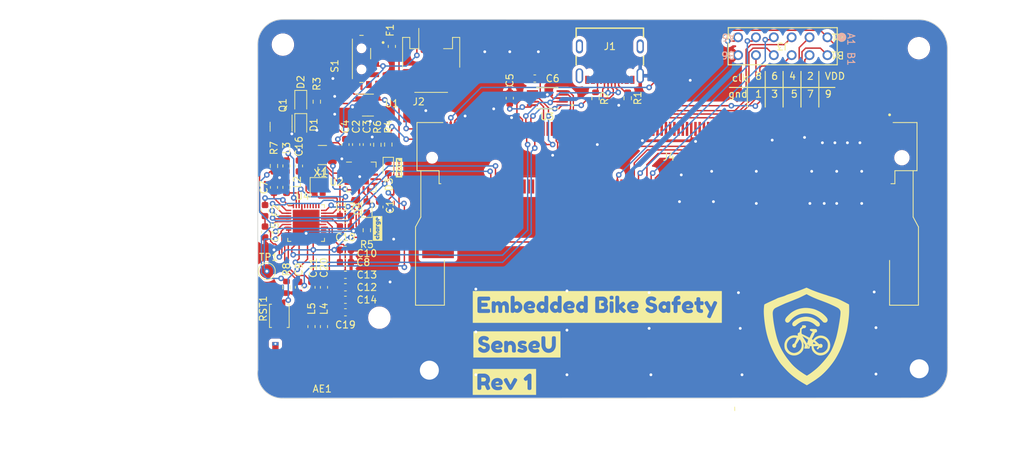
<source format=kicad_pcb>
(kicad_pcb (version 20221018) (generator pcbnew)
  (layers (0 "F.Cu" signal) (31 "B.Cu" signal) (34 "B.Paste" user) (35 "F.Paste" user) (36 "B.SilkS" user "B.Silkscreen") (37 "F.SilkS" user "F.Silkscreen") (38 "B.Mask" user) (39 "F.Mask" user) (44 "Edge.Cuts" user))
  (net 0 "")
  (net 1 "/MCU & Comms/MicroController/RF")
  (net 2 "VBUS")
  (net 3 "GND")
  (net 4 "Net-(U2-TIMER)")
  (net 5 "Net-(U2-SS)")
  (net 6 "BATT+")
  (net 7 "Net-(U3-V3)")
  (net 8 "Net-(U4-DEC1)")
  (net 9 "VDD")
  (net 10 "Net-(U4-DECUSB)")
  (net 11 "Net-(U4-DEC4)")
  (net 12 "Net-(U4-ANT_RF)")
  (net 13 "/MCU & Comms/MicroController/X1+")
  (net 14 "/MCU & Comms/MicroController/X1-")
  (net 15 "Net-(U4-DEC3)")
  (net 16 "Net-(C19-Pad1)")
  (net 17 "Net-(D2-K)")
  (net 18 "Net-(D3-K)")
  (net 19 "Charge Fault")
  (net 20 "Net-(D4-K)")
  (net 21 "Charge Status")
  (net 22 "Net-(F1-Pad1)")
  (net 23 "VBAT")
  (net 24 "Net-(F2-Pad1)")
  (net 25 "Net-(U2-SW)")
  (net 26 "Net-(U2-SENSE)")
  (net 27 "Net-(L2-Pad2)")
  (net 28 "Net-(U4-DCC)")
  (net 29 "CC1")
  (net 30 "CC2")
  (net 31 "Net-(U2-IDET)")
  (net 32 "/MCU & Comms/MicroController/IO 3")
  (net 33 "/MCU & Comms/MicroController/RST")
  (net 34 "/MCU & Comms/MicroController/IO 5")
  (net 36 "/MCU & Comms/SDA")
  (net 37 "/MCU & Comms/SCL")
  (net 38 "DATA-")
  (net 39 "DATA+")
  (net 48 "/MCU & Comms/MicroController/IO 6")
  (net 130 "/MCU & Comms/FPGA/PDM-6")
  (net 132 "/MCU & Comms/FPGA/PDM-7")
  (net 135 "/MCU & Comms/FPGA/PDM-8")
  (net 136 "/MCU & Comms/FPGA/PDM-1")
  (net 137 "/MCU & Comms/FPGA/PDM-9")
  (net 138 "/MCU & Comms/FPGA/PDM-2")
  (net 140 "/MCU & Comms/FPGA/PDM-3")
  (net 142 "/MCU & Comms/FPGA/PDM-4")
  (net 144 "/MCU & Comms/FPGA/CLK")
  (net 145 "/MCU & Comms/FPGA/PDM-5")
  (net 167 "/MCU & Comms/UART_NCTS")
  (net 169 "/MCU & Comms/UART_NRTS")
  (net 176 "/MCU & Comms/UART_RX")
  (net 178 "/MCU & Comms/UART_TX")
  (net 183 "/MCU & Comms/FPGA/USB_ID")
  (net 190 "/MCU & Comms/FPGA/I2C_INT#")
  (net 211 "Net-(J4C-SHIELD-PadS1)")
  (footprint "Capacitor_SMD:C_0603_1608Metric" (layer "F.Cu") (at 132.334 103.632 90)
    (fp_text reference "C5")
    (fp_text value "100n" hide)
  )
  (footprint "LED_SMD:LED_0603_1608Metric" (layer "F.Cu") (at 112.014 119.126 90)
    (fp_text reference "D4")
    (fp_text value "PLED" hide)
  )
  (footprint "RF_Antenna:Texas_SWRA117D_2.4GHz_Left" (layer "F.Cu") (at 101.114 138.599 180)
    (fp_text reference "AE1")
    (fp_text value "Antenna")
  )
  (footprint "Capacitor_SMD:C_0603_1608Metric" (layer "F.Cu") (at 135.89 100.838 180)
    (fp_text reference "C6")
    (fp_text value "100n" hide)
  )
  (footprint "LOGO" (layer "F.Cu") (at 174.25 138.15)
    (fp_text reference "G***" hide)
    (fp_text value "LOGO" hide)
  )
  (footprint "Resistor_SMD:R_0603_1608Metric" (layer "F.Cu") (at 112.014 122.428 -90)
    (fp_text reference "R5")
    (fp_text value "1k" hide)
  )
  (footprint "kibuzzard-648E5C55" (layer "F.Cu") (at 131.572 144.018)
    (fp_text reference "kibuzzard-648E5C55" hide)
    (fp_text value "G***" hide)
  )
  (footprint "Capacitor_SMD:C_0603_1608Metric" (layer "F.Cu") (at 104.14 130.556 -90)
    (fp_text reference "C11")
    (fp_text value "4.7µ" hide)
  )
  (footprint "switch:SW_EG1215AA" (layer "F.Cu") (at 111.252 98.044 -90)
    (fp_text reference "S1")
    (fp_text value "EG1215AA" hide)
  )
  (footprint "Button_Switch_SMD:SW_SPST_B3U-1000P" (layer "F.Cu") (at 99.568 134.62 90)
    (fp_text reference "RST1")
    (fp_text value "Jumper_2_Open" hide)
  )
  (footprint "Capacitor_SMD:C_0603_1608Metric" (layer "F.Cu") (at 108.966 120.396)
    (fp_text reference "C17")
    (fp_text value "12p ±2%" hide)
  )
  (footprint "Package_TO_SOT_SMD:SOT-23" (layer "F.Cu") (at 99.822 107.696 -90)
    (fp_text reference "Q1")
    (fp_text value "AO3421E\n" hide)
  )
  (footprint "Fuse:Fuse_0603_1608Metric" (layer "F.Cu") (at 115.57 96.266 -90)
    (fp_text reference "F1")
    (fp_text value "3A" hide)
  )
  (footprint "Resistor_SMD:R_0603_1608Metric" (layer "F.Cu") (at 144.526 103.632 -90)
    (fp_text reference "R2")
    (fp_text value "5.1K" hide)
  )
  (footprint "Capacitor_SMD:C_0603_1608Metric" (layer "F.Cu") (at 108.966 134.112)
    (fp_text reference "C19")
    (fp_text value "1.2p ±5%" hide)
  )
  (footprint "Resistor_SMD:R_0603_1608Metric" (layer "F.Cu") (at 104.902 104.14 90)
    (fp_text reference "R3")
    (fp_text value "100K" hide)
  )
  (footprint "Inductor_SMD:L_0603_1608Metric" (layer "F.Cu") (at 100.584 113.284 90)
    (fp_text reference "L3")
    (fp_text value "10µ" hide)
  )
  (footprint "Capacitor_SMD:C_0603_1608Metric" (layer "F.Cu") (at 108.966 127)
    (fp_text reference "C8")
    (fp_text value "4.7µ" hide)
  )
  (footprint "MountingHole:MountingHole_2.7mm_M2.5" (layer "F.Cu") (at 100.076 96.012)
    (fp_text reference "H2" hide)
    (fp_text value "MountingHole_2.7mm_M2.5")
  )
  (footprint "kibuzzard-648E5C2D" (layer "F.Cu") (at 144.78 133.35)
    (fp_text reference "kibuzzard-648E5C2D" hide)
    (fp_text value "G***" hide)
  )
  (footprint "Capacitor_SMD:C_0603_1608Metric" (layer "F.Cu") (at 108.966 125.222)
    (fp_text reference "C10")
    (fp_text value "1µ" hide)
  )
  (footprint "Inductor_SMD:L_0603_1608Metric" (layer "F.Cu") (at 100.584 116.332 90)
    (fp_text reference "L2")
    (fp_text value "15n" hide)
  )
  (footprint "Capacitor_SMD:C_0603_1608Metric" (layer "F.Cu") (at 98.806 116.332 90)
    (fp_text reference "C7")
    (fp_text value "100n" hide)
  )
  (footprint "Capacitor_SMD:C_0603_1608Metric" (layer "F.Cu") (at 113.792 119.126 -90)
    (fp_text reference "C1")
    (fp_text value "10uF" hide)
  )
  (footprint "Capacitor_SMD:C_0603_1608Metric" (layer "F.Cu") (at 102.362 113.284 90)
    (fp_text reference "C16")
    (fp_text value "12p ±2%" hide)
  )
  (footprint "Resistor_SMD:R_0603_1608Metric" (layer "F.Cu") (at 149.098 103.632 -90)
    (fp_text reference "R1")
    (fp_text value "5.1K" hide)
  )
  (footprint "Package_TO_SOT_SMD:SOT-23-5" (layer "F.Cu") (at 112.165 104.6205)
    (fp_text reference "U1")
    (fp_text value "AP2112K-3.3TRG1\n" hide)
  )
  (footprint "Diode_SMD:D_SOD-323F" (layer "F.Cu") (at 102.616 107.442 -90)
    (fp_text reference "D1")
    (fp_text value "BZT52C5V6S-7-F" hide)
  )
  (footprint "MountingHole:MountingHole_2.7mm_M2.5" (layer "F.Cu") (at 120.9 142.35)
    (fp_text reference "H1" hide)
    (fp_text value "MountingHole_2.7mm_M2.5")
  )
  (footprint "CH340:SOP50P490X120-10N" (layer "F.Cu") (at 137.668 103.632 180)
    (fp_text reference "U3")
    (fp_text value "COM-16278" hide)
  )
  (footprint "Resistor_SMD:R_0603_1608Metric" (layer "F.Cu") (at 113.506 110.268 90)
    (fp_text reference "R6")
    (fp_text value "274" hide)
  )
  (footprint "Capacitor_SMD:C_0603_1608Metric" (layer "F.Cu") (at 110.49 110.236 -90)
    (fp_text reference "C2")
    (fp_text value "0.22µ" hide)
  )
  (footprint "kibuzzard-648E5C45" (layer "F.Cu") (at 133.35 138.684)
    (fp_text reference "kibuzzard-648E5C45" hide)
    (fp_text value "G***" hide)
  )
  (footprint "PMOD:5-534206-6_TYC" (layer "F.Cu") (at 177.4952 94.9706 180)
    (fp_text reference "J3")
    (fp_text value "5-534206-6")
  )
  (footprint "Capacitor_SMD:C_0603_1608Metric" (layer "F.Cu") (at 108.966 132.334)
    (fp_text reference "C14")
    (fp_text value "1p ±2%" hide)
  )
  (footprint "Capacitor_SMD:C_0603_1608Metric" (layer "F.Cu") (at 105.918 130.556 -90)
    (fp_text reference "C20")
    (fp_text value "100n" hide)
  )
  (footprint "Crystal:Crystal_SMD_SeikoEpson_FA128-4Pin_2.0x1.6mm" (layer "F.Cu") (at 105.156 116.332 -90)
    (fp_text reference "X1")
    (fp_text value "32MHz ±40 ppm" hide)
  )
  (footprint "USB_C:GCT_USB4105-GF-A" (layer "F.Cu") (at 146.558 96.266 180)
    (fp_text reference "J1")
    (fp_text value "USB-C USB 2.0 MC-372" hide)
  )
  (footprint "Capacitor_SMD:C_0603_1608Metric" (layer "F.Cu") (at 108.966 130.556)
    (fp_text reference "C12")
    (fp_text value "1µ" hide)
  )
  (footprint "Resistor_SMD:R_0603_1608Metric" (layer "F.Cu") (at 115.062 110.236 90)
    (fp_text reference "R4")
    (fp_text value "470" hide)
  )
  (footprint "Inductor_SMD:L_0603_1608Metric" (layer "F.Cu") (at 105.918 136.144 -90)
    (fp_text reference "L4")
    (fp_text value "4.7n ±5%" hide)
  )
  (footprint "Capacitor_SMD:C_0603_1608Metric" (layer "F.Cu") (at 112.014 110.236 -90)
    (fp_text reference "C3")
    (fp_text value "0.1µ" hide)
  )
  (footprint "TestPoint:TestPoint_Pad_D2.0mm" (layer "F.Cu") (at 97.79 128.27)
    (fp_text reference "TP1")
    (fp_text value "TestPoint")
  )
  (footprint "Package_DFN_QFN:QFN-16-1EP_4x4mm_P0.65mm_EP2.15x2.15mm" (layer "F.Cu") (at 111.22 114.84)
    (fp_text reference "U2")
    (fp_text value "LTC4001EUF#TRPBF\n" hide)
  )
  (footprint "MountingHole:MountingHole_2.7mm_M2.5" (layer "F.Cu") (at 190.55 142.15)
    (fp_text reference "H3" hide)
    (fp_text value "MountingHole_2.7mm_M2.5")
  )
  (footprint "Resistor_SMD:R_0603_1608Metric" (layer "F.Cu") (at 98.806 113.284 -90)
    (fp_text reference "R7")
    (fp_text value "820K" hide)
  )
  (footprint "Connector_JST:JST_PH_S2B-PH-SM4-TB_1x02-1MP_P2.00mm_Horizontal" (layer "F.Cu") (at 121.158 98.298)
    (fp_text reference "J2")
    (fp_text value "JS2 XH 2.5" hide)
  )
  (footprint "Inductor_SMD:L_1210_3225Metric" (layer "F.Cu") (at 105.696 111.728 180)
    (fp_text reference "L1")
    (fp_text value "1.5µ" hide)
  )
  (footprint "LED_SMD:LED_0603_1608Metric" (layer "F.Cu") (at 115.062 113.538 -90)
    (fp_text reference "D3")
    (fp_text value "C_Fault" hide)
  )
  (footprint "Fuse:Fuse_0603_1608Metric" (layer "F.Cu") (at 97.536 119.634 -90)
    (fp_text reference "F2")
    (fp_text value "04941.25NRHF" hide)
  )
  (footprint "Inductor_SMD:L_0603_1608Metric" (layer "F.Cu") (at 104.14 136.144 -90)
    (fp_text reference "L5")
    (fp_text value "2.2n ±5%" hide)
  )
  (footprint "Capacitor_SMD:C_0603_1608Metric" (layer "F.Cu") (at 108.966 121.92)
    (fp_text reference "C18")
    (fp_text value "100p ±5%" hide)
  )
  (footprint "kibuzzard-648E5B86" (layer "F.Cu") (at 116.586 113.538 90)
    (fp_text reference "kibuzzard-648E5B86" hide)
    (fp_text value "G***" hide)
  )
  (footprint "kibuzzard-648E5BB5" (layer "F.Cu") (at 113.538 122.174 90)
    (fp_text reference "kibuzzard-648E5BB5" hide)
    (fp_text value "G***" hide)
  )
  (footprint "Capacitor_SMD:C_0603_1608Metric" (layer "F.Cu") (at 108.966 110.236 90)
    (fp_text reference "C4")
    (fp_text value "10µ" hide)
  )
  (footprint "MountingHole:MountingHole_2.7mm_M2.5" (layer "F.Cu") (at 190.5 96.52)
    (fp_text reference "H3" hide)
    (fp_text value "MountingHole_2.7mm_M2.5")
  )
  (footprint "Capacitor_SMD:C_0603_1608Metric" (layer "F.Cu") (at 108.966 128.778)
    (fp_text reference "C13")
    (fp_text value "47n" hide)
  )
  (footprint "Capacitor_SMD:C_0603_1608Metric" (layer "F.Cu") (at 102.362 130.556 -90)
    (fp_text reference "C9")
    (fp_text value "4.7µ" hide)
  )
  (footprint "Dimm200:TE_1717254-4" (layer "F.Cu") (at 154.686 112.1055)
    (fp_text reference "J4")
    (fp_text value "1717254-4" hide)
  )
  (footprint "Package_DFN_QFN:QFN-40-1EP_5x5mm_P0.4mm_EP3.8x3.8mm" (layer "F.Cu") (at 103.378 121.412)
    (fp_text reference "U4")
    (fp_text value "~")
  )
  (footprint "Resistor_SMD:R_0603_1608Metric" (layer "F.Cu") (at 100.584 130.556 -90)
    (fp_text reference "R8")
    (fp_text value "2M" hide)
  )
  (footprint "Diode_SMD:D_SOD-323F" (layer "F.Cu") (at 102.616 104.14 -90)
    (fp_text reference "D2")
    (fp_text value "1N5819" hide)
  )
  (footprint "Capacitor_SMD:C_0603_1608Metric" (layer "F.Cu") (at 97.536 122.682 -90)
    (fp_text reference "C15")
    (fp_text value "100n" hide)
  )
  (gr_line (start 163.576 102.108) (end 178.562 102.108) (stroke (width 0.15)) (layer "F.SilkS"))
  (gr_line (start 173.736 99.822) (end 173.736 104.902) (stroke (width 0.15)) (layer "F.SilkS"))
  (gr_line (start 168.656 99.822) (end 168.656 104.902) (stroke (width 0.15)) (layer "F.SilkS"))
  (gr_line (start 176.276 99.822) (end 176.276 104.902) (stroke (width 0.15)) (layer "F.SilkS"))
  (gr_line (start 171.196 99.822) (end 171.196 104.902) (stroke (width 0.15)) (layer "F.SilkS"))
  (gr_line (start 166.116 99.822) (end 166.116 104.902) (stroke (width 0.15)) (layer "F.SilkS"))
  (gr_arc (start 190.5 92.456) (mid 193.373682 93.646318) (end 194.564 96.52) (stroke (width 0.1)) (layer "Edge.Cuts"))
  (gr_arc (start 100.116077 146.341519) (mid 97.374472 145.161484) (end 96.50654 142.305687) (stroke (width 0.1)) (layer "Edge.Cuts"))
  (gr_arc (start 96.494473 96.012) (mid 97.526927 93.480978) (end 100.050472 92.430381) (stroke (width 0.1)) (layer "Edge.Cuts"))
  (gr_line (start 194.564 96.52) (end 194.573825 142.241772) (stroke (width 0.1)) (layer "Edge.Cuts"))
  (gr_line (start 96.50654 142.305687) (end 96.494472 96.012) (stroke (width 0.1)) (layer "Edge.Cuts"))
  (gr_arc (start 194.573825 142.241772) (mid 193.383507 145.115454) (end 190.509825 146.305772) (stroke (width 0.1)) (layer "Edge.Cuts"))
  (gr_line (start 100.050472 92.430381) (end 190.5 92.455099) (stroke (width 0.1)) (layer "Edge.Cuts"))
  (gr_line (start 100.116077 146.341519) (end 190.509825 146.305772) (stroke (width 0.1)) (layer "Edge.Cuts"))
  (gr_text "3\n" (at 169.418 103.632) (layer "F.SilkS") (effects (font (size 1 1)) (justify left bottom)))
  (gr_text "6\n" (at 169.418 101.092) (layer "F.SilkS") (effects (font (size 1 1)) (justify left bottom)))
  (gr_text "9\n" (at 177.038 103.632) (layer "F.SilkS") (effects (font (size 1 1)) (justify left bottom)))
  (gr_text "gnd\n" (at 163.322 103.632) (layer "F.SilkS") (effects (font (size 1 1)) (justify left bottom)))
  (gr_text "VDD\n" (at 177.038 101.092) (layer "F.SilkS") (effects (font (size 1 1)) (justify left bottom)))
  (gr_text "clk\n" (at 163.83 101.346) (layer "F.SilkS") (effects (font (size 1 1)) (justify left bottom)))
  (gr_text "1\n" (at 167.132 103.632) (layer "F.SilkS") (effects (font (size 1 1)) (justify left bottom)))
  (gr_text "5\n" (at 172.212 103.632) (layer "F.SilkS") (effects (font (size 1 1)) (justify left bottom)))
  (gr_text "2\n" (at 174.498 101.092) (layer "F.SilkS") (effects (font (size 1 1)) (justify left bottom)))
  (gr_text "7\n" (at 174.498 103.632) (layer "F.SilkS") (effects (font (size 1 1)) (justify left bottom)))
  (gr_text "4\n" (at 171.958 101.092) (layer "F.SilkS") (effects (font (size 1 1)) (justify left bottom)))
  (gr_text "8\n" (at 167.132 101.092) (layer "F.SilkS") (effects (font (size 1 1)) (justify left bottom)))
  (segment (start 102.362 129.781) (end 102.349 129.781) (width 0.2) (layer "F.Cu") (net 2))
  (segment (start 112.2865 116.586) (end 112.776 116.586) (width 0.2) (layer "F.Cu") (net 2))
  (segment (start 136.665 102.872703) (end 136.665 100.838) (width 0.2) (layer "F.Cu") (net 2))
  (segment (start 112.195 116.6775) (end 112.2865 116.586) (width 0.2) (layer "F.Cu") (net 2))
  (segment (start 133.35 104.416612) (end 133.35 105.89195) (width 0.2) (layer "F.Cu") (net 2))
  (segment (start 115.062 117.094) (end 115.316 117.348) (width 0.2) (layer "F.Cu") (net 2))
  (segment (start 100.33 127.762) (end 100.33 123.455711) (width 0.2) (layer "F.Cu") (net 2))
  (segment (start 115.57 107.696) (end 115.57 108.204) (width 0.2) (layer "F.Cu") (net 2))
  (segment (start 133.8675 109.474) (end 117.602 109.474) (width 0.2) (layer "F.Cu") (net 2))
  (segment (start 115.837 117.335) (end 115.824 117.348) (width 0.2) (layer "F.Cu") (net 2))
  (segment (start 113.792 118.351) (end 113.792 118.2745) (width 0.2) (layer "F.Cu") (net 2))
  (segment (start 115.316 117.348) (end 115.824 117.348) (width 0.2) (layer "F.Cu") (net 2))
  (segment (start 134.136 109.2055) (end 133.8675 109.474) (width 0.2) (layer "F.Cu") (net 2))
  (segment (start 134.136 108.0055) (end 134.136 109.2055) (width 0.2) (layer "F.Cu") (net 2))
  (segment (start 115.316 108.458) (end 115.837 108.979) (width 0.2) (layer "F.Cu") (net 2))
  (segment (start 102.349 129.781) (end 100.33 127.762) (width 0.2) (layer "F.Cu") (net 2))
  (segment (start 100.33 123.455711) (end 100.573711 123.212) (width 0.2) (layer "F.Cu") (net 2))
  (segment (start 115.57 108.204) (end 115.316 108.458) (width 0.2) (layer "F.Cu") (net 2))
  (segment (start 134.634612 103.132) (end 133.35 104.416612) (width 0.2) (layer "F.Cu") (net 2))
  (segment (start 113.792 118.2745) (end 112.195 116.6775) (width 0.2) (layer "F.Cu") (net 2))
  (segment (start 113.0575 116.3045) (end 113.0575 115.815) (width 0.2) (layer "F.Cu") (net 2))
  (segment (start 135.553 103.132) (end 136.405703 103.132) (width 0.2) (layer "F.Cu") (net 2))
  (segment (start 101.1885 106.342) (end 100.772 106.7585) (width 0.2) (layer "F.Cu") (net 2))
  (segment (start 104.902 104.965) (end 102.891 104.965) (width 0.2) (layer "F.Cu") (net 2))
  (segment (start 133.35 105.89195) (end 134.136 106.67795) (width 0.2) (layer "F.Cu") (net 2))
  (segment (start 102.616 106.342) (end 101.1885 106.342) (width 0.2) (layer "F.Cu") (net 2))
  (segment (start 135.553 103.132) (end 134.634612 103.132) (width 0.2) (layer "F.Cu") (net 2))
  (segment (start 117.348 118.6805) (end 117.2855 118.618) (width 0.2) (layer "F.Cu") (net 2))
  (segment (start 102.598734 129.781) (end 103.120923 130.303189) (width 0.2) (layer "F.Cu") (net 2))
  (segment (start 136.405703 103.132) (end 136.665 102.872703) (width 0.2) (layer "F.Cu") (net 2))
  (segment (start 112.776 116.586) (end 113.0575 116.3045) (width 0.2) (layer "F.Cu") (net 2))
  (segment (start 102.616 105.24) (end 102.616 106.342) (width 0.2) (layer "F.Cu") (net 2))
  (segment (start 115.824 117.348) (end 114.821 118.351) (width 0.2) (layer "F.Cu") (net 2))
  (segment (start 104.902 104.965) (end 108.395 108.458) (width 0.2) (layer "F.Cu") (net 2))
  (segment (start 108.395 108.458) (end 115.316 108.458) (width 0.2) (layer "F.Cu") (net 2))
  (segment (start 100.573711 123.212) (end 100.8905 123.212) (width 0.2) (layer "F.Cu") (net 2))
  (segment (start 102.362 129.781) (end 102.598734 129.781) (width 0.2) (layer "F.Cu") (net 2))
  (segment (start 115.837 108.979) (end 115.837 117.335) (width 0.2) (layer "F.Cu") (net 2))
  (segment (start 117.348 127.6995) (end 117.348 118.6805) (width 0.2) (layer "F.Cu") (net 2))
  (segment (start 102.891 104.965) (end 102.616 105.24) (width 0.2) (layer "F.Cu") (net 2))
  (segment (start 114.821 118.351) (end 113.792 118.351) (width 0.2) (layer "F.Cu") (net 2))
  (segment (start 134.136 106.67795) (end 134.136 108.0055) (width 0.2) (layer "F.Cu") (net 2))
  (via (at 117.2855 118.618) (size 0.8) (drill 0.4) (layers "F.Cu" "B.Cu") (net 2))
  (via (at 103.120923 130.303189) (size 0.8) (drill 0.4) (layers "F.Cu" "B.Cu") (net 2))
  (via (at 115.062 117.094) (size 0.8) (drill 0.4) (layers "F.Cu" "B.Cu") (net 2))
  (via (at 117.348 127.6995) (size 0.8) (drill 0.4) (layers "F.Cu" "B.Cu") (net 2))
  (via (at 115.57 107.696) (size 0.8) (drill 0.4) (layers "F.Cu" "B.Cu") (net 2))
  (via (at 117.602 109.474) (size 0.8) (drill 0.4) (layers "F.Cu" "B.Cu") (net 2))
  (segment (start 104.14 127.508) (end 117.1565 127.508) (width 0.2) (layer "B.Cu") (net 2))
  (segment (start 117.602 109.474) (end 115.824 107.696) (width 0.2) (layer "B.Cu") (net 2))
  (segment (start 117.1565 127.508) (end 117.348 127.6995) (width 0.2) (layer "B.Cu") (net 2))
  (segment (start 115.824 107.696) (end 115.57 107.696) (width 0.2) (layer "B.Cu") (net 2))
  (segment (start 117.2855 118.618) (end 116.586 118.618) (width 0.2) (layer "B.Cu") (net 2))
  (segment (start 103.120923 130.303189) (end 103.120923 128.527077) (width 0.2) (layer "B.Cu") (net 2))
  (segment (start 103.120923 128.527077) (end 104.14 127.508) (width 0.2) (layer "B.Cu") (net 2))
  (segment (start 116.586 118.618) (end 115.062 117.094) (width 0.2) (layer "B.Cu") (net 2))
  (segment (start 110.895 115.165) (end 110.895 116.6775) (width 0.2) (layer "F.Cu") (net 3))
  (segment (start 180.336 109.2055) (end 180.436 109.3055) (width 0.2) (layer "F.Cu") (net 3))
  (segment (start 109.3825 115.815) (end 109.152607 115.815) (width 0.2) (layer "F.Cu") (net 3))
  (segment (start 161.436 115.0305) (end 161.436 116.2055) (width 0.2) (layer "F.Cu") (net 3))
  (segment (start 175.236 115.0055) (end 175.336 114.9055) (width 0.2) (layer "F.Cu") (net 3))
  (segment (start 164.036 109.3055) (end 164.136 109.2055) (width 0.2) (layer "F.Cu") (net 3))
  (segment (start 124.536 106.8305) (end 125.1945 106.172) (width 0.2) (layer "F.Cu") (net 3))
  (segment (start 153.4875 114.554) (end 153.036 115.0055) (width 0.2) (layer "F.Cu") (net 3))
  (segment (start 157.897372 109.669128) (end 158.261 109.3055) (width 0.2) (layer "F.Cu") (net 3))
  (segment (start 158.261 109.3055) (end 158.746 109.7905) (width 0.2) (layer "F.Cu") (net 3))
  (segment (start 178.711 114.9055) (end 178.836 115.0305) (width 0.2) (layer "F.Cu") (net 3))
  (segment (start 154.072372 109.669128) (end 154.536 109.2055) (width 0.2) (layer "F.Cu") (net 3))
  (segment (start 180.336 109.2055) (end 180.336 108.0055) (width 0.2) (layer "F.Cu") (net 3))
  (segment (start 135.936 109.239814) (end 138.43 111.733814) (width 0.2) (layer "F.Cu") (net 3))
  (segment (start 156.718 116.1235) (end 156.636 116.2055) (width 0.2) (layer "F.Cu") (net 3))
  (segment (start 112.4725 109.461) (end 112.776 109.1575) (width 0.2) (layer "F.Cu") (net 3))
  (segment (start 102.778 120.812) (end 103.378 121.412) (width 0.2) (layer "F.Cu") (net 3))
  (segment (start 139.13 111.06) (end 138.43 111.76) (width 0.2) (layer "F.Cu") (net 3))
  (segment (start 113.538 109.411) (end 113.506 109.443) (width 0.2) (layer "F.Cu") (net 3))
  (segment (start 98.992621 115.557) (end 99.602231 114.94739) (width 0.2) (layer "F.Cu") (net 3))
  (segment (start 178.436 109.3055) (end 178.536 109.2055) (width 0.2) (layer "F.Cu") (net 3))
  (segment (start 147.828 104.648) (end 148.907 104.648) (width 0.2) (layer "F.Cu") (net 3))
  (segment (start 108.502607 115.165) (end 108.337107 114.9995) (width 0.2) (layer "F.Cu") (net 3))
  (segment (start 154.072372 109.669128) (end 157.897372 109.669128) (width 0.2) (layer "F.Cu") (net 3))
  (segment (start 148.1785 117.5055) (end 152.936 117.5055) (width 0.2) (layer "F.Cu") (net 3))
  (segment (start 148.236 117.448) (end 148.236 116.2055) (width 0.2) (layer "F.Cu") (net 3))
  (segment (start 178.961 114.9055) (end 182.336 114.9055) (width 0.2) (layer "F.Cu") (net 3))
  (segment (start 111.450314 122.303) (end 112.496107 122.303) (width 0.2) (layer "F.Cu") (net 3))
  (segment (start 109.3825 115.165) (end 108.502607 115.165) (width 0.2) (layer "F.Cu") (net 3))
  (segment (start 182.336 114.9055) (end 182.436 115.0055) (width 0.2) (layer "F.Cu") (net 3))
  (segment (start 164.036 109.3055) (end 168.811 109.3055) (width 0.2) (layer "F.Cu") (net 3))
  (segment (start 125.1945 106.172) (end 125.984 106.172) (width 0.2) (layer "F.Cu") (net 3))
  (segment (start 156.718 114.554) (end 160.9595 114.554) (width 0.2) (layer "F.Cu") (net 3))
  (segment (start 108.966 109.461) (end 110.49 109.461) (width 0.2) (layer "F.Cu") (net 3))
  (segment (start 142.236 116.2055) (end 142.236 117.4055) (width 0.2) (layer "F.Cu") (net 3))
  (segment (start 103.578 121.612) (end 105.8655 121.612) (width 0.2) (layer "F.Cu") (net 3))
  (segment (start 186.036 115.0055) (end 186.036 116.2055) (width 0.2) (layer "F.Cu") (net 3))
  (segment (start 151.188872 109.669128) (end 154.072372 109.669128) (width 0.2) (layer "F.Cu") (net 3))
  (segment (start 184.136 114.9055) (end 184.236 115.0055) (width 0.2) (layer "F.Cu") (net 3))
  (segment (start 182.036 109.3055) (end 182.136 109.2055) (width 0.2) (layer "F.Cu") (net 3))
  (segment (start 176.736 109.2055) (end 176.736 108.0055) (width 0.2) (layer "F.Cu") (net 3))
  (segment (start 138.936 108.0055) (end 138.936 109.75205) (width 0.2) (layer "F.Cu") (net 3))
  (segment (start 178.536 109.2055) (end 178.536 108.0055) (width 0.2) (layer "F.Cu") (net 3))
  (segment (start 144.936 108.0055) (end 144.936 110.08) (width 0.2) (layer "F.Cu") (net 3))
  (segment (start 131.336 117.5055) (end 129.1895 117.5055) (width 0.2) (layer "F.Cu") (net 3))
  (segment (start 115.062 109.411) (end 113.538 109.411) (width 0.2) (layer "F.Cu") (net 3))
  (segment (start 102.778 118.9245) (end 102.778 120.812) (width 0.2) (layer "F.Cu") (net 3))
  (segment (start 104.965 103.378) (end 107.442 103.378) (width 0.2) (layer "F.Cu") (net 3))
  (segment (start 160.9595 114.554) (end 166.9845 114.554) (width 0.2) (layer "F.Cu") (net 3))
  (segment (start 158.746 109.7905) (end 158.75 109.7905) (width 0.2) (layer "F.Cu") (net 3))
  (segment (start 160.9595 114.554) (end 161.436 115.0305) (width 0.2) (layer "F.Cu") (net 3))
  (segment (start 136.4585 114.808) (end 142.0385 114.808) (width 0.2) (layer "F.Cu") (net 3))
  (segment (start 144.936 110.08) (end 144.78 110.236) (width 0.2) (layer "F.Cu") (net 3))
  (segment (start 182.118 109.982) (end 182.118 109.3875) (width 0.2) (layer "F.Cu") (net 3))
  (segment (start 176.636 109.3055) (end 178.436 109.3055) (width 0.2) (layer "F.Cu") (net 3))
  (segment (start 156.718 114.554) (end 156.718 116.1235) (width 0.2) (layer "F.Cu") (net 3))
  (segment (start 175.236 116.2055) (end 175.236 115.0055) (width 0.2) (layer "F.Cu") (net 3))
  (segment (start 167.436 115.0055) (end 167.436 116.2055) (width 0.2) (layer "F.Cu") (net 3))
  (segment (start 103.378 121.412) (end 103.578 121.612) (width 0.2) (layer "F.Cu") (net 3))
  (segment (start 132.936 106.757258) (end 132.589964 106.411222) (width 0.2) (layer "F.Cu") (net 3))
  (segment (start 109.741 122.149322) (end 109.741 121.92) (width 0.2) (layer "F.Cu") (net 3))
  (segment (start 112.014 109.461) (end 112.4725 109.461) (width 0.2) (layer "F.Cu") (net 3))
  (segment (start 178.636 109.3055) (end 180.236 109.3055) (width 0.2) (layer "F.Cu") (net 3))
  (segment (start 113.792 121.007107) (end 113.792 120.65) (width 0.2) (layer "F.Cu") (net 3))
  (segment (start 135.936 108.0055) (end 135.936 109.239814) (width 0.2) (layer "F.Cu") (net 3))
  (segment (start 131.436 116.2055) (end 131.436 117.4055) (width 0.2) (layer "F.Cu") (net 3))
  (segment (start 104.902 103.315) (end 104.965 103.378) (width 0.2) (layer "F.Cu") (net 3))
  (segment (start 158.136 109.4305) (end 158.136 108.0055) (width 0.2) (layer "F.Cu") (net 3))
  (segment (start 150.936 109.416256) (end 151.188872 109.669128) (width 0.2) (layer "F.Cu") (net 3))
  (segment (start 142.336 117.5055) (end 148.1785 117.5055) (width 0.2) (layer "F.Cu") (net 3))
  (segment (start 150.936 108.0055) (end 150.936 109.416256) (width 0.2) (layer "F.Cu") (net 3))
  (segment (start 109.977766 104.897881) (end 110.750119 104.897881) (width 0.2) (layer "F.Cu") (net 3))
  (segment (start 97.536 123.952) (end 98.806 125.222) (width 0.2) (layer "F.Cu") (net 3))
  (segment (start 176.936 114.9055) (end 177.036 115.0055) (width 0.2) (layer "F.Cu") (net 3))
  (segment (start 177.036 115.0055) (end 177.136 114.9055) (width 0.2) (layer "F.Cu") (net 3))
  (segment (start 129.1895 117.5055) (end 129.036 117.352) (width 0.2) (layer "F.Cu") (net 3))
  (segment (start 137.942583 103.124) (end 137.668 103.124) (width 0.2) (layer "F.Cu") (net 3))
  (segment (start 131.436 117.4055) (end 131.336 117.5055) (width 0.2) (layer "F.Cu") (net 3))
  (segment (start 113.792 120.65) (end 113.792 119.901) (width 0.2) (layer "F.Cu") (net 3))
  (segment (start 111.545 114.515) (end 111.22 114.84) (width 0.2) (layer "F.Cu") (net 3))
  (segment (start 186.036 116.2055) (end 186.036 113.3055) (width 0.2) (layer "F.Cu") (net 3))
  (segment (start 175.336 114.9055) (end 176.936 114.9055) (width 0.2) (layer "F.Cu") (net 3))
  (segment (start 174.3295 109.3055) (end 176.636 109.3055) (width 0.2) (layer "F.Cu") (net 3))
  (segment (start 186.036 113.3055) (end 182.7125 109.982) (width 0.2) (layer "F.Cu") (net 3))
  (segment (start 148.1785 117.5055) (end 148.236 117.448) (width 0.2) (layer "F.Cu") (net 3))
  (segment (start 156.718 114.554) (end 153.4875 114.554) (width 0.2) (layer "F.Cu") (net 3))
  (segment (start 184.136 114.9055) (end 185.936 114.9055) (width 0.2) (layer "F.Cu") (net 3))
  (segment (start 168.936 109.1805) (end 169.360502 109.605002) (width 0.2) (layer "F.Cu") (net 3))
  (segment (start 112.496107 122.303) (end 113.792 121.007107) (width 0.2) (layer "F.Cu") (net 3))
  (segment (start 177.036 115.0055) (end 177.036 116.2055) (width 0.2) (layer "F.Cu") (net 3))
  (segment (start 174.244 108.6975) (end 174.936 108.0055) (width 0.2) (layer "F.Cu") (net 3))
  (segment (start 169.360502 109.605002) (end 169.646256 109.605002) (width 0.2) (layer "F.Cu") (net 3))
  (segment (start 113.0575 114.515) (end 111.545 114.515) (width 0.2) (layer "F.Cu") (net 3))
  (segment (start 124.536 108.0055) (end 124.536 106.8305) (width 0.2) (layer "F.Cu") (net 3))
  (segment (start 177.136 114.9055) (end 178.711 114.9055) (width 0.2) (layer "F.Cu") (net 3))
  (segment (start 138.936 109.75205) (end 139.13 109.94605) (width 0.2) (layer "F.Cu") (net 3))
  (segment (start 109.3825 115.165) (end 110.895 115.165) (width 0.2) (layer "F.Cu") (net 3))
  (segment (start 110.113517 122.521839) (end 109.741 122.149322) (width 0.2) (layer "F.Cu") (net 3))
  (segment (start 157.897372 109.669128) (end 158.136 109.4305) (width 0.2) (layer "F.Cu") (net 3))
  (segment (start 110.895 121.747686) (end 111.450314 122.303) (width 0.2) (layer "F.Cu") (net 3))
  (segment (start 139.13 109.94605) (end 139.13 111.06) (width 0.2) (layer "F.Cu") (net 3))
  (segment (start 110.895 116.6775) (end 110.895 121.747686) (width 0.2) (layer "F.Cu") (net 3))
  (segment (start 142.0385 114.808) (end 142.236 115.0055) (width 0.2) (layer "F.Cu") (net 3))
  (segment (start 168.936 109.1805) (end 168.936 108.0055) (width 0.2) (layer "F.Cu") (net 3))
  (segment (start 153.036 117.4055) (end 153.036 116.2055) (width 0.2) (layer "F.Cu") (net 3))
  (segment (start 102.362 112.509) (end 102.362 110.998) (width 0.2) (layer "F.Cu") (net 3))
  (segment (start 136.236 116.2055) (end 136.236 115.0055) (width 0.2) (layer "F.Cu") (net 3))
  (segment (start 185.936 114.9055) (end 186.036 115.0055) (width 0.2) (layer "F.Cu") (net 3))
  (segment (start 174.244 109.22) (end 174.244 108.6975) (width 0.2) (layer "F.Cu") (net 3))
  (segment (start 153.036 115.0055) (end 153.036 116.2055) (width 0.2) (layer "F.Cu") (net 3))
  (segment (start 102.616 108.542) (end 101.516 108.542) (width 0.2) (layer "F.Cu") (net 3))
  (segment (start 97.536 123.457) (end 97.536 123.952) (width 0.2) (layer "F.Cu") (net 3))
  (segment (start 184.236 115.0055) (end 184.236 116.2055) (width 0.2) (layer "F.Cu") (net 3))
  (segment (start 98.806 115.557) (end 98.992621 115.557) (width 0.2) (layer "F.Cu") (net 3))
  (segment (start 154.536 109.2055) (end 154.536 108.0055) (width 0.2) (layer "F.Cu") (net 3))
  (segment (start 152.936 117.5055) (end 153.036 117.4055) (width 0.2) (layer "F.Cu") (net 3))
  (segment (start 131.6335 114.808) (end 131.436 115.0055) (width 0.2) (layer "F.Cu") (net 3))
  (segment (start 139.783 103.632) (end 138.450583 103.632) (width 0.2) (layer "F.Cu") (net 3))
  (segment (start 176.636 109.3055) (end 176.736 109.2055) (width 0.2) (layer "F.Cu") (net 3))
  (segment (start 180.436 109.3055) (end 182.036 109.3055) (width 0.2) (layer "F.Cu") (net 3))
  (segment (start 182.136 109.2055) (end 182.136 108.0055) (width 0.2) (layer "F.Cu") (net 3))
  (segment (start 138.450583 103.632) (end 137.942583 103.124) (width 0.2) (layer "F.Cu") (net 3))
  (segment (start 148.907 104.648) (end 149.098 104.457) (width 0.2) (layer "F.Cu") (net 3))
  (segment (start 111.22 114.84) (end 111.252 114.808) (width 0.2) (layer "F.Cu") (net 3))
  (segment (start 182.436 115.0055) (end 182.536 114.9055) (width 0.2) (layer "F.Cu") (net 3))
  (segment (start 136.236 115.0305) (end 136.4585 114.808) (width 0.2) (layer "F.Cu") (net 3))
  (segment (start 180.236 109.3055) (end 180.336 109.2055) (width 0.2) (layer "F.Cu") (net 3))
  (segment (start 136.0385 114.808) (end 131.6335 114.808) (width 0.2) (layer "F.Cu") (net 3))
  (segment (start 109.741 120.396) (end 109.741 121.92) (width 0.2) (layer "F.Cu") (net 3))
  (segment (start 182.536 114.9055) (end 184.136 114.9055) (width 0.2) (layer "F.Cu") (net 3))
  (segment (start 182.118 109.3875) (end 182.036 109.3055) (width 0.2) (layer "F.Cu") (net 3))
  (segment (start 178.836 115.0305) (end 178.961 114.9055) (width 0.2) (layer "F.Cu") (net 3))
  (segment (start 166.9845 114.554) (end 167.436 115.0055) (width 0.2) (layer "F.Cu") (net 3))
  (segment (start 142.236 115.0055) (end 142.236 116.2055) (width 0.2) (layer "F.Cu") (net 3))
  (segment (start 138.43 111.733814) (end 138.43 111.76) (width 0.2) (layer "F.Cu") (net 3))
  (segment (start 168.811 109.3055) (end 168.936 109.1805) (width 0.2) (layer "F.Cu") (net 3))
  (segment (start 178.536 109.2055) (end 178.636 109.3055) (width 0.2) (layer "F.Cu") (net 3))
  (segment (start 178.836 115.0305) (end 178.836 116.2055) (width 0.2) (layer "F.Cu") (net 3))
  (segment (start 110.998 115.062) (end 110.895 115.165) (width 0.2) (layer "F.Cu") (net 3))
  (segment (start 136.236 115.0055) (end 136.236 115.0305) (width 0.2) (layer "F.Cu") (net 3))
  (segment (start 131.436 115.0055) (end 131.436 116.2055) (width 0.2) (layer "F.Cu") (net 3))
  (segment (start 164.136 109.2055) (end 164.136 108.0055) (width 0.2) (layer "F.Cu") (net 3))
  (segment (start 101.516 108.542) (end 101.346 108.712) (width 0.2) (layer "F.Cu") (net 3))
  (segment (start 182.436 115.0055) (end 182.436 116.2055) (width 0.2) (layer "F.Cu") (net 3))
  (segment (start 182.7125 109.982) (end 182.118 109.982) (width 0.2) (layer "F.Cu") (net 3))
  (segment (start 136.236 115.0055) (end 136.0385 114.808) (width 0.2) (layer "F.Cu") (net 3))
  (segment (start 142.236 117.4055) (end 142.336 117.5055) (width 0.2) (layer "F.Cu") (net 3))
  (segment (start 158.261 109.3055) (end 164.036 109.3055) (width 0.2) (layer "F.Cu") (net 3))
  (segment (start 129.036 117.352) (end 129.036 116.2055) (width 0.2) (layer "F.Cu") (net 3))
  (segment (start 111.252 114.808) (end 110.998 114.808) (width 0.2) (layer "F.Cu") (net 3))
  (segment (start 110.998 114.808) (end 110.998 115.062) (width 0.2) (layer "F.Cu") (net 3))
  (segment (start 174.244 109.22) (end 174.3295 109.3055) (width 0.2) (layer "F.Cu") (net 3))
  (segment (start 110.750119 104.897881) (end 111.0275 104.6205) (width 0.2) (layer "F.Cu") (net 3))
  (segment (start 132.936 108.0055) (end 132.936 106.757258) (width 0.2) (layer "F.Cu") (net 3))
  (via (at 152.146 136.398) (size 0.8) (drill 0.4) (layers "F.Cu" "B.Cu") (net 3))
  (via (at 140.462 131.064) (size 0.8) (drill 0.4) (layers "F.Cu" "B.Cu") (net 3))
  (via (at 99.602231 114.94739) (size 0.8) (drill 0.4) (layers "F.Cu" "B.Cu") (net 3))
  (via (at 161.29 118.364) (size 0.8) (drill 0.4) (layers "F.Cu" "B.Cu") (net 3))
  (via (at 167.386 118.618) (size 0.8) (drill 0.4) (layers "F.Cu" "B.Cu") (net 3))
  (via (at 157.988 101.092) (size 0.8) (drill 0.4) (layers "F.Cu" "B.Cu") (net 3))
  (via (at 177.038 118.618) (size 0.8) (drill 0.4) (layers "F.Cu" "B.Cu") (net 3))
  (via (at 178.816 114.046) (size 0.8) (drill 0.4) (layers "F.Cu" "B.Cu") (net 3))
  (via (at 182.372 114.046) (size 0.8) (drill 0.4) (layers "F.Cu" "B.Cu") (net 3))
  (via (at 128.778 97.028) (size 0.8) (drill 0.4) (layers "F.Cu" "B.Cu") (net 3))
  (via (at 101.346 108.712) (size 0.8) (drill 0.4) (layers "F.Cu" "B.Cu") (net 3))
  (via (at 151.188872 109.669128) (size 0.8) (drill 0.4) (layers "F.Cu" "B.Cu") (net 3))
  (via (at 175.006 118.618) (size 0.8) (drill 0.4) (layers "F.Cu" "B.Cu") (net 3))
  (via (at 165.1 136.398) (size 0.8) (drill 0.4) (layers "F.Cu" "B.Cu") (net 3))
  (via (at 104.902 108.204) (size 0.8) (drill 0.4) (layers "F.Cu" "B.Cu") (net 3))
  (via (at 127.508 136.906) (size 0.8) (drill 0.4) (layers "F.Cu" "B.Cu") (net 3))
  (via (at 136.398 97.028) (size 0.8) (drill 0.4) (layers "F.Cu" "B.Cu") (net 3))
  (via (at 112.776 109.1575) (size 0.8) (drill 0.4) (layers "F.Cu" "B.Cu") (net 3))
  (via (at 167.386 114.046) (size 0.8) (drill 0.4) (layers "F.Cu" "B.Cu") (net 3))
  (via (at 110.113517 122.521839) (size 0.8) (drill 0.4) (layers "F.Cu" "B.Cu") (net 3))
  (via (at 103.378 122.8735) (size 0.8) (drill 0.4) (layers "F.Cu" "B.Cu") (net 3))
  (via (at 175.26 114.046) (size 0.8) (drill 0.4) (layers "F.Cu" "B.Cu") (net 3))
  (via (at 107.442 105.918) (size 0.8) (drill 0.4) (layers "F.Cu" "B.Cu") (net 3))
  (via (at 137.668 103.124) (size 0.8) (drill 0.4) (layers "F.Cu" "B.Cu") (net 3))
  (via (at 120.396 105.41) (size 0.8) (drill 0.4) (layers "F.Cu" "B.Cu") (net 3))
  (via (at 140.462 143.002) (size 0.8) (drill 0.4) (layers "F.Cu" "B.Cu") (net 3))
  (via (at 102.362 110.998) (size 0.8) (drill 0.4) (layers "F.Cu" "B.Cu") (net 3))
  (via (at 107.442 103.378) (size 0.8) (drill 0.4) (layers "F.Cu" "B.Cu") (net 3))
  (via (at 147.828 104.648) (size 0.8) (drill 0.4) (layers "F.Cu" "B.Cu") (net 3))
  (via (at 110.998 114.808) (size 0.8) (drill 0.4) (layers "F.Cu" "B.Cu") (net 3))
  (via (at 184.146 131.22) (size 0.8) (drill 0.4) (layers "F.Cu" "B.Cu") (net 3))
  (via (at 108.337107 114.9995) (size 0.8) (drill 0.4) (layers "F.Cu" "B.Cu") (net 3))
  (via (at 178.562 109.982) (size 0.8) (drill 0.4) (layers "F.Cu" "B.Cu") (net 3))
  (via (at 156.464 118.364) (size 0.8) (drill 0.4) (layers "F.Cu" "B.Cu") (net 3))
  (via (at 165.354 143.002) (size 0.8) (drill 0.4) (layers "F.Cu" "B.Cu") (net 3))
  (via (at 108.458 112.268) (size 0.8) (drill 0.4) (layers "F.Cu" "B.Cu") (net 3))
  (via (at 112.522 106.934) (size 0.8) (drill 0.4) (layers "F.Cu" "B.Cu") (net 3))
  (via (at 98.806 125.222) (size 0.8) (drill 0.4) (layers "F.Cu" "B.Cu") (net 3))
  (via (at 109.977766 104.897881) (size 0.8) (drill 0.4) (layers "F.Cu" "B.Cu") (net 3))
  (via (at 140.462 136.652) (size 0.8) (drill 0.4) (layers "F.Cu" "B.Cu") (net 3))
  (via (at 184.4 136.3) (size 0.8) (drill 0.4) (layers "F.Cu" "B.Cu") (net 3))
  (via (at 125.984 106.172) (size 0.8) (drill 0.4) (layers "F.Cu" "B.Cu") (net 3))
  (via (at 182.372 118.618) (size 0.8) (drill 0.4) (layers "F.Cu" "B.Cu") (net 3))
  (via (at 169.646256 109.605002) (size 0.8) (drill 0.4) (layers "F.Cu" "B.Cu") (net 3))
  (via (at 107.188 100.838) (size 0.8) (drill 0.4) (layers "F.Cu" "B.Cu") (net 3))
  (via (at 127.508 143.002) (size 0.8) (drill 0.4) (layers "F.Cu" "B.Cu") (net 3))
  (via (at 130.048 105.156) (size 0.8) (drill 0.4) (layers "F.Cu" "B.Cu") (net 3))
  (via (at 182.118 109.982) (size 0.8) (drill 0.4) (layers "F.Cu" "B.Cu") (net 3))
  (via (at 180.34 109.982) (size 0.8) (drill 0.4) (layers "F.Cu" "B.Cu") (net 3))
  (via (at 115.316 119.634) (size 0.8) (drill 0.4) (layers "F.Cu" "B.Cu") (net 3))
  (via (at 115.824 123.698) (size 0.8) (drill 0.4) (layers "F.Cu" "B.Cu") (net 3))
  (via (at 158.75 109.7905) (size 0.8) (drill 0.4) (layers "F.Cu" "B.Cu") (net 3))
  (via (at 132.334 97.028) (size 0.8) (drill 0.4) (layers "F.Cu" "B.Cu") (net 3))
  (via (at 144.78 110.236) (size 0.8) (drill 0.4) (layers "F.Cu" "B.Cu") (net 3))
  (via (at 115.316 129.794) (size 0.8) (drill 0.4) (layers "F.Cu" "B.Cu") (net 3))
  (via (at 152.4 143.002) (size 0.8) (drill 0.4) (layers "F.Cu" "B.Cu") (net 3))
  (via (at 152.146 131.318) (size 0.8) (drill 0.4) (layers "F.Cu" "B.Cu") (net 3))
  (via (at 132.589964 106.411222) (size 0.8) (drill 0.4) (layers "F.Cu" "B.Cu") (net 3))
  (via (at 184.4 142.904) (size 0.8) (drill 0.4) (layers "F.Cu" "B.Cu") (net 3))
  (via (at 161.036 114.046) (size 0.8) (drill 0.4) (layers "F.Cu" "B.Cu") (net 3))
  (via (at 174.244 109.22) (size 0.8) (drill 0.4) (layers "F.Cu" "B.Cu") (net 3))
  (via (at 156.718 114.554) (size 0.8) (drill 0.4) (layers "F.Cu" "B.Cu") (net 3))
  (via (at 176.784 109.982) (size 0.8) (drill 0.4) (layers "F.Cu" "B.Cu") (net 3))
  (via (at 127.508 130.81) (size 0.8) (drill 0.4) (layers "F.Cu" "B.Cu") (net 3))
  (via (at 138.43 111.76) (size 0.8) (drill 0.4) (layers "F.Cu" "B.Cu") (net 3))
  (via (at 178.816 118.618) (size 0.8) (drill 0.4) (layers "F.Cu" "B.Cu") (net 3))
  (via (at 113.792 120.65) (size 0.8) (drill 0.4) (layers "F.Cu" "B.Cu") (net 3))
  (via (at 164.846 131.318) (size 0.8) (drill 0.4) (layers "F.Cu" "B.Cu") (net 3))
  (segment (start 110.061356 122.574) (end 103.6775 122.574) (width 0.2) (layer "B.Cu") (net 3))
  (segment (start 102.362 109.728) (end 102.362 110.998) (width 0.2) (layer "B.Cu") (net 3))
  (segment (start 108.337107 113.596393) (end 112.776 109.1575) (width 0.2) (layer "B.Cu") (net 3))
  (segment (start 101.346 108.712) (end 102.362 109.728) (width 0.2) (layer "B.Cu") (net 3))
  (segment (start 115.316 123.19) (end 115.824 123.698) (width 0.2) (layer "B.Cu") (net 3))
  (segment (start 103.6775 122.574) (end 103.378 122.8735) (width 0.2) (layer "B.Cu") (net 3))
  (segment (start 110.113517 122.521839) (end 110.061356 122.574) (width 0.2) (layer "B.Cu") (net 3))
  (segment (start 158.75 112.522) (end 156.718 114.554) (width 0.2) (layer "B.Cu") (net 3))
  (segment (start 169.646256 109.605002) (end 173.858998 109.605002) (width 0.2) (layer "B.Cu") (net 3))
  (segment (start 158.75 109.7905) (end 158.75 112.522) (width 0.2) (layer "B.Cu") (net 3))
  (segment (start 108.337107 114.9995) (end 108.337107 113.596393) (width 0.2) (layer "B.Cu") (net 3))
  (segment (start 111.920161 122.521839) (end 110.113517 122.521839) (width 0.2) (layer "B.Cu") (net 3))
  (segment (start 151.188872 109.669128) (end 151.188872 108.008872) (width 0.2) (layer "B.Cu") (net 3))
  (segment (start 151.188872 108.008872) (end 147.828 104.648) (width 0.2) (layer "B.Cu") (net 3))
  (segment (start 98.806 125.222) (end 101.1545 122.8735) (width 0.2) (layer "B.Cu") (net 3))
  (segment (start 112.776 109.1575) (end 109.977766 106.359266) (width 0.2) (layer "B.Cu") (net 3))
  (segment (start 109.977766 106.359266) (end 109.977766 104.897881) (width 0.2) (layer "B.Cu") (net 3))
  (segment (start 113.792 120.65) (end 111.920161 122.521839) (width 0.2) (layer "B.Cu") (net 3))
  (segment (start 115.316 119.634) (end 115.316 123.19) (width 0.2) (layer "B.Cu") (net 3))
  (segment (start 173.858998 109.605002) (end 174.244 109.22) (width 0.2) (layer "B.Cu") (net 3))
  (segment (start 101.1545 122.8735) (end 103.378 122.8735) (width 0.2) (layer "B.Cu") (net 3))
  (segment (start 110.895 113.0025) (end 110.895 111.416) (width 0.2) (layer "F.Cu") (net 4))
  (segment (start 110.895 111.416) (end 110.49 111.011) (width 0.2) (layer "F.Cu") (net 4))
  (segment (start 111.545 111.48) (end 112.014 111.011) (width 0.2) (layer "F.Cu") (net 5))
  (segment (start 111.545 113.0025) (end 111.545 111.48) (width 0.2) (layer "F.Cu") (net 5))
  (segment (start 108.966 111.011) (end 107.937 109.982) (width 0.2) (layer "F.Cu") (net 6))
  (segment (start 114.3 99.06) (end 113.268 99.06) (width 0.2) (layer "F.Cu") (net 6))
  (segment (start 100.838 109.982) (end 99.822 108.966) (width 0.2) (layer "F.Cu") (net 6))
  (segment (start 100.838 109.982) (end 98.806 112.014) (width 0.2) (layer "F.Cu") (net 6))
  (segment (start 119.126 97.536) (end 119.126 96.48) (width 0.2) (layer "F.Cu") (net 6))
  (segment (start 110.245 112.29) (end 108.966 111.011) (width 0.2) (layer "F.Cu") (net 6))
  (segment (start 107.937 109.5195) (end 107.8915 109.474) (width 0.2) (layer "F.Cu") (net 6))
  (segment (start 113.268 99.06) (end 113.002 98.794) (width 0.2) (layer "F.Cu") (net 6))
  (segment (start 107.937 109.982) (end 107.937 109.5195) (width 0.2) (layer "F.Cu") (net 6))
  (segment (start 110.245 113.0025) (end 110.245 112.29) (width 0.2) (layer "F.Cu") (net 6))
  (segment (start 98.806 112.014) (end 98.806 112.459) (width 0.2) (layer "F.Cu") (net 6))
  (segment (start 109.3825 113.6295) (end 109.3825 113.865) (width 0.2) (layer "F.Cu") (net 6))
  (segment (start 110.245 113.0025) (end 110.0095 113.0025) (width 0.2) (layer "F.Cu") (net 6))
  (segment (start 99.822 108.966) (end 99.822 108.6335) (width 0.2) (layer "F.Cu") (net 6))
  (segment (start 119.126 96.48) (end 120.158 95.448) (width 0.2) (layer "F.Cu") (net 6))
  (segment (start 110.0095 113.0025) (end 109.3825 113.6295) (width 0.2) (layer "F.Cu") (net 6))
  (segment (start 107.937 109.982) (end 100.838 109.982) (width 0.2) (layer "F.Cu") (net 6))
  (via (at 107.8915 109.474) (size 0.8) (drill 0.4) (layers "F.Cu" "B.Cu") (net 6))
  (via (at 119.126 97.536) (size 0.8) (drill 0.4) (layers "F.Cu" "B.Cu") (net 6))
  (via (at 114.3 99.06) (size 0.8) (drill 0.4) (layers "F.Cu" "B.Cu") (net 6))
  (segment (start 114.3 99.06) (end 117.602 99.06) (width 0.2) (layer "B.Cu") (net 6))
  (segment (start 107.8915 109.474) (end 108.712 108.6535) (width 0.2) (layer "B.Cu") (net 6))
  (segment (start 117.602 99.06) (end 119.126 97.536) (width 0.2) (layer "B.Cu") (net 6))
  (segment (start 108.712 105.156) (end 114.3 99.568) (width 0.2) (layer "B.Cu") (net 6))
  (segment (start 114.3 99.568) (end 114.3 99.06) (width 0.2) (layer "B.Cu") (net 6))
  (segment (start 108.712 108.6535) (end 108.712 105.156) (width 0.2) (layer "B.Cu") (net 6))
  (segment (start 135.283 104.902) (end 135.553 104.632) (width 0.2) (layer "F.Cu") (net 7))
  (segment (start 132.334 104.407) (end 132.334 105.156) (width 0.2) (layer "F.Cu") (net 7))
  (segment (start 134.112 104.902) (end 135.283 104.902) (width 0.2) (layer "F.Cu") (net 7))
  (via (at 134.112 104.902) (size 0.8) (drill 0.4) (layers "F.Cu" "B.Cu") (net 7))
  (via (at 132.334 105.156) (size 0.8) (drill 0.4) (layers "F.Cu" "B.Cu") (net 7))
  (segment (start 132.334 105.156) (end 133.858 105.156) (width 0.2) (layer "B.Cu") (net 7))
  (segment (start 133.858 105.156) (end 134.112 104.902) (width 0.2) (layer "B.Cu") (net 7))
  (segment (start 98.806 117.856) (end 98.806 117.107) (width 0.2) (layer "F.Cu") (net 8))
  (segment (start 100.562 119.612) (end 98.806 117.856) (width 0.2) (layer "F.Cu") (net 8))
  (segment (start 100.8905 119.612) (end 100.562 119.612) (width 0.2) (layer "F.Cu") (net 8))
  (segment (start 110.744 123.444) (end 109.728 123.444) (width 0.2) (layer "F.Cu") (net 9))
  (segment (start 110.2105 103.0705) (end 112.7025 103.0705) (width 0.2) (layer "F.Cu") (net 9))
  (segment (start 99.93 125.876) (end 99.93 123.290025) (width 0.2) (layer "F.Cu") (net 9))
  (segment (start 99.568 126.238) (end 99.568 124.968) (width 0.2) (layer "F.Cu") (net 9))
  (segment (start 185.136 108.0055) (end 185.736 108.0055) (width 0.2) (layer "F.Cu") (net 9))
  (segment (start 186.336 108.0055) (end 185.736 108.0055) (width 0.2) (layer "F.Cu") (net 9))
  (segment (start 106.194 119.612) (end 106.934 118.872) (width 0.2) (layer "F.Cu") (net 9))
  (segment (start 96.761 106.889314) (end 101.288314 102.362) (width 0.2) (layer "F.Cu") (net 9))
  (segment (start 98.328812 123.983395) (end 98.328812 122.699812) (width 0.2) (layer "F.Cu") (net 9))
  (segment (start 97.536 120.4215) (end 96.761 119.6465) (width 0.2) (layer "F.Cu") (net 9))
  (segment (start 123.952 106.426) (end 123.952 107.9895) (width 0.2) (layer "F.Cu") (net 9))
  (segment (start 99.568 126.238) (end 99.93 125.876) (width 0.2) (layer "F.Cu") (net 9))
  (segment (start 176.4967 93.9721) (end 160.2819 93.9721) (width 0.2) (layer "F.Cu") (net 9))
  (segment (start 117.6375 108.0055) (end 123.336 108.0055) (width 0.2) (layer "F.Cu") (net 9))
  (segment (start 100.408025 122.812) (end 100.8905 122.812) (width 0.2) (layer "F.Cu") (net 9))
  (segment (start 110.491 121.452538) (end 110.491 121.909372) (width 0.2) (layer "F.Cu") (net 9))
  (segment (start 117.6375 108.0055) (end 117.602 107.97) (width 0.2) (layer "F.Cu") (net 9))
  (segment (start 104.394 125.222) (end 104.378 125.206) (width 0.2) (layer "F.Cu") (net 9))
  (segment (start 96.761 119.6465) (end 96.761 106.889314) (width 0.2) (layer "F.Cu") (net 9))
  (segment (start 109.9195 119.0635) (end 110.491 119.635) (width 0.2) (layer "F.Cu") (net 9))
  (segment (start 177.4952 94.9706) (end 176.4967 93.9721) (width 0.2) (layer "F.Cu") (net 9))
  (segment (start 185.136 108.0055) (end 184.536 108.0055) (width 0.2) (layer "F.Cu") (net 9))
  (segment (start 183.336 100.8114) (end 183.336 108.0055) (width 0.2) (layer "F.Cu") (net 9))
  (segment (start 98.328812 122.699812) (end 97.536 121.907) (width 0.2) (layer "F.Cu") (net 9))
  (segment (start 110.813517 123.374483) (end 110.744 123.444) (width 0.2) (layer "F.Cu") (net 9))
  (segment (start 108.191 125.222) (end 107.3795 125.222) (width 0.2) (layer "F.Cu") (net 9))
  (segment (start 97.536 121.907) (end 97.536 120.4215) (width 0.2) (layer "F.Cu") (net 9))
  (segment (start 183.936 108.0055) (end 184.536 108.0055) (width 0.2) (layer "F.Cu") (net 9))
  (segment (start 112.7025 103.0705) (end 113.3025 103.6705) (width 0.2) (layer "F.Cu") (net 9))
  (segment (start 99.93 123.290025) (end 100.408025 122.812) (width 0.2) (layer "F.Cu") (net 9))
  (segment (start 109.502 102.362) (end 110.2105 103.0705) (width 0.2) (layer "F.Cu") (net 9))
  (segment (start 110.491 121.909372) (end 110.813517 122.231889) (width 0.2) (layer "F.Cu") (net 9))
  (segment (start 107.937 127.254) (end 108.191 127) (width 0.2) (layer "F.Cu") (net 9))
  (segment (start 98.993445 124.393445) (end 98.738862 124.393445) (width 0.2) (layer "F.Cu") (net 9))
  (segment (start 113.518 103.886) (end 113.3025 103.6705) (width 0.2) (layer "F.Cu") (net 9))
  (segment (start 123.336 108.0055) (end 123.936 108.0055) (width 0.2) (layer "F.Cu") (net 9))
  (segment (start 177.4952 94.9706) (end 183.336 100.8114) (width 0.2) (layer "F.Cu") (net 9))
  (segment (start 114.554 103.886) (end 113.518 103.886) (width 0.2) (layer "F.Cu") (net 9))
  (segment (start 109.335307 119.0635) (end 109.9195 119.0635) (width 0.2) (layer "F.Cu") (net 9))
  (segment (start 104.394 128.257) (end 105.918 129.781) (width 0.2) (layer "F.Cu") (net 9))
  (segment (start 123.952 107.9895) (end 123.936 108.0055) (width 0.2) (layer "F.Cu") (net 9))
  (segment (start 104.394 125.222) (end 104.394 128.257) (width 0.2) (layer "F.Cu") (net 9))
  (segment (start 110.49 121.451538) (end 110.491 121.452538) (width 0.2) (layer "F.Cu") (net 9))
  (segment (start 108.191 125.222) (end 108.191 127) (width 0.2) (layer "F.Cu") (net 9))
  (segment (start 99.568 124.968) (end 98.993445 124.393445) (width 0.2) (layer "F.Cu") (net 9))
  (segment (start 183.336 108.0055) (end 183.936 108.0055) (width 0.2) (layer "F.Cu") (net 9))
  (segment (start 104.378 125.206) (end 104.378 123.8995) (width 0.2) (layer "F.Cu") (net 9))
  (segment (start 98.738862 124.393445) (end 98.328812 123.983395) (width 0.2) (layer "F.Cu") (net 9))
  (segment (start 110.491 119.635) (end 110.491 120.863462) (width 0.2) (layer "F.Cu") (net 9))
  (segment (start 110.491 120.863462) (end 110.49 120.864462) (width 0.2) (layer "F.Cu") (net 9))
  (segment (start 110.49 120.864462) (end 110.49 121.451538) (width 0.2) (layer "F.Cu") (net 9))
  (segment (start 100.8905 122.812) (end 100.8905 122.412) (width 0.2) (layer "F.Cu") (net 9))
  (segment (start 160.2819 93.9721) (end 152.146 102.108) (width 0.2) (layer "F.Cu") (net 9))
  (segment (start 110.813517 122.231889) (end 110.813517 123.374483) (width 0.2) (layer "F.Cu") (net 9))
  (segment (start 117.602 107.97) (end 117.602 107.95) (width 0.2) (layer "F.Cu") (net 9))
  (segment (start 105.8655 119.612) (end 106.194 119.612) (width 0.2) (layer "F.Cu") (net 9))
  (segment (start 101.288314 102.362) (end 109.502 102.362) (width 0.2) (layer "F.Cu") (net 9))
  (via (at 107.3795 125.222) (size 0.8) (drill 0.4) (layers "F.Cu" "B.Cu") (net 9))
  (via (at 109.335307 119.0635) (size 0.8) (drill 0.4) (layers "F.Cu" "B.Cu") (net 9))
  (via (at 99.568 126.238) (size 0.8) (drill 0.4) (layers "F.Cu" "B.Cu") (net 9))
  (via (at 123.952 106.426) (size 0.8) (drill 0.4) (layers "F.Cu" "B.Cu") (net 9))
  (via (at 152.146 102.108) (size 0.8) (drill 0.4) (layers "F.Cu" "B.Cu") (net 9))
  (via (at 104.394 125.222) (size 0.8) (drill 0.4) (layers "F.Cu" "B.Cu") (net 9))
  (via (at 106.934 118.872) (size 0.8) (drill 0.4) (layers "F.Cu" "B.Cu") (net 9))
  (via (at 117.602 107.95) (size 0.8) (drill 0.4) (layers "F.Cu" "B.Cu") (net 9))
  (via (at 114.554 103.886) (size 0.8) (drill 0.4) (layers "F.Cu" "B.Cu") (net 9))
  (via (at 109.728 123.444) (size 0.8) (drill 0.4) (layers "F.Cu" "B.Cu") (net 9))
  (segment (start 109.1575 123.444) (end 107.3795 125.222) (width 0.2) (layer "B.Cu") (net 9))
  (segment (start 107.3795 125.222) (end 104.394 125.222) (width 0.2) (layer "B.Cu") (net 9))
  (segment (start 117.602 107.95) (end 117.602 106.934) (width 0.2) (layer "B.Cu") (net 9))
  (segment (start 100.584 125.222) (end 104.394 125.222) (width 0.2) (layer "B.Cu") (net 9))
  (segment (start 107.188 119.126) (end 106.934 118.872) (width 0.2) (layer "B.Cu") (net 9))
  (segment (start 109.272807 119.126) (end 107.188 119.126) (width 0.2) (layer "B.Cu") (net 9))
  (segment (start 128.27 102.108) (end 123.952 106.426) (width 0.2) (layer "B.Cu") (net 9))
  (segment (start 117.602 106.934) (end 114.554 103.886) (width 0.2) (layer "B.Cu") (net 9))
  (segment (start 152.146 102.108) (end 128.27 102.108) (width 0.2) (layer "B.Cu") (net 9))
  (segment (start 109.335307 119.0635) (end 109.272807 119.126) (width 0.2) (layer "B.Cu") (net 9))
  (segment (start 99.568 126.238) (end 100.584 125.222) (width 0.2) (layer "B.Cu") (net 9))
  (segment (start 109.728 123.444) (end 109.1575 123.444) (width 0.2) (layer "B.Cu") (net 9))
  (segment (start 100.838 127.704314) (end 102.009843 128.876157) (width 0.2) (layer "F.Cu") (net 10))
  (segment (start 101.3985 123.8995) (end 100.838 124.46) (width 0.2) (layer "F.Cu") (net 10))
  (segment (start 101.578 123.8995) (end 101.3985 123.8995) (width 0.2) (layer "F.Cu") (net 10))
  (segment (start 103.235157 128.876157) (end 104.14 129.781) (width 0.2) (layer "F.Cu") (net 10))
  (segment (start 100.838 124.46) (end 100.838 127.704314) (width 0.2) (layer "F.Cu") (net 10))
  (segment (start 102.009843 128.876157) (end 103.235157 128.876157) (width 0.2) (layer "F.Cu") (net 10))
  (segment (start 107.884462 123.444) (end 108.941 122.387462) (width 0.2) (layer "F.Cu") (net 11))
  (segment (start 106.347975 121.212) (end 105.8655 121.212) (width 0.2) (layer "F.Cu") (net 11))
  (segment (start 102.1655 117.1195) (end 100.584 117.1195) (width 0.2) (layer "F.Cu") (net 11))
  (segment (start 102.616 116.586) (end 102.616 116.669) (width 0.2) (layer "F.Cu") (net 11))
  (segment (start 108.191 128.778) (end 108.941 128.028) (width 0.2) (layer "F.Cu") (net 11))
  (segment (start 102.616 116.669) (end 102.1655 117.1195) (width 0.2) (layer "F.Cu") (net 11))
  (segment (start 107.08 123.59) (end 107.08 123.444) (width 0.2) (layer "F.Cu") (net 11))
  (segment (start 108.633462 124.447) (end 107.937 124.447) (width 0.2) (layer "F.Cu") (net 11))
  (segment (start 108.191 128.778) (end 108.191 130.556) (width 0.2) (layer "F.Cu") (net 11))
  (segment (start 108.941 122.387462) (end 108.941 119.73) (width 0.2) (layer "F.Cu") (net 11))
  (segment (start 108.591 118.0395) (end 108.966 117.6645) (width 0.2) (layer "F.Cu") (net 11))
  (segment (start 102.378 118.9245) (end 102.378 117.332) (width 0.2) (layer "F.Cu") (net 11))
  (segment (start 107.08 121.944025) (end 106.347975 121.212) (width 0.2) (layer "F.Cu") (net 11))
  (segment (start 107.937 124.447) (end 107.08 123.59) (width 0.2) (layer "F.Cu") (net 11))
  (segment (start 107.08 123.444) (end 107.884462 123.444) (width 0.2) (layer "F.Cu") (net 11))
  (segment (start 102.378 117.332) (end 102.1655 117.1195) (width 0.2) (layer "F.Cu") (net 11))
  (segment (start 108.941 119.73) (end 108.591 119.38) (width 0.2) (layer "F.Cu") (net 11))
  (segment (start 107.08 123.444) (end 107.08 121.944025) (width 0.2) (layer "F.Cu") (net 11))
  (segment (start 108.591 119.38) (end 108.591 118.0395) (width 0.2) (layer "F.Cu") (net 11))
  (segment (start 108.941 124.754538) (end 108.633462 124.447) (width 0.2) (layer "F.Cu") (net 11))
  (segment (start 108.941 128.028) (end 108.941 124.754538) (width 0.2) (layer "F.Cu") (net 11))
  (via (at 108.966 117.6645) (size 0.8) (drill 0.4) (layers "F.Cu" "B.Cu") (net 11))
  (via (at 102.616 116.586) (size 0.8) (drill 0.4) (layers "F.Cu" "B.Cu") (net 11))
  (segment (start 108.966 117.6645) (end 103.6945 117.6645) (width 0.2) (layer "B.Cu") (net 11))
  (segment (start 103.6945 117.6645) (end 102.616 116.586) (width 0.2) (layer "B.Cu") (net 11))
  (segment (start 106.68 129.325538) (end 106.693 129.338538) (width 0.2) (layer "F.Cu") (net 12))
  (segment (start 106.347975 122.012) (end 106.68 122.344025) (width 0.2) (layer "F.Cu") (net 12))
  (segment (start 106.693 129.338538) (end 106.693 130.223462) (width 0.2) (layer "F.Cu") (net 12))
  (segment (start 105.918 133.858) (end 107.442 132.334) (width 0.2) (layer "F.Cu") (net 12))
  (segment (start 106.68 130.823) (end 108.191 132.334) (width 0.2) (layer "F.Cu") (net 12))
  (segment (start 107.442 132.334) (end 108.191 132.334) (width 0.2) (layer "F.Cu") (net 12))
  (segment (start 106.68 130.236462) (end 106.68 130.823) (width 0.2) (layer "F.Cu") (net 12))
  (segment (start 106.68 122.344025) (end 106.68 129.325538) (width 0.2) (layer "F.Cu") (net 12))
  (segment (start 106.693 130.223462) (end 106.68 130.236462) (width 0.2) (layer "F.Cu") (net 12))
  (segment (start 105.8655 122.012) (end 106.347975 122.012) (width 0.2) (layer "F.Cu") (net 12))
  (segment (start 105.918 135.3565) (end 105.918 133.858) (width 0.2) (layer "F.Cu") (net 12))
  (segment (start 107.188 120.012) (end 107.791 119.409) (width 0.2) (layer "F.Cu") (net 13))
  (segment (start 102.362 114.059) (end 102.883 114.059) (width 0.2) (layer "F.Cu") (net 13))
  (segment (start 102.883 114.059) (end 103.378 114.554) (width 0.2) (layer "F.Cu") (net 13))
  (segment (start 103.378 116.84) (end 103.632 117.094) (width 0.2) (layer "F.Cu") (net 13))
  (segment (start 107.791 119.409) (end 107.791 117.951) (width 0.2) (layer "F.Cu") (net 13))
  (segment (start 107.791 117.951) (end 107.672 117.832) (width 0.2) (layer "F.Cu") (net 13))
  (segment (start 104.581 117.171514) (end 104.581 117.057) (width 0.2) (layer "F.Cu") (net 13))
  (segment (start 105.8655 120.012) (end 107.188 120.012) (width 0.2) (layer "F.Cu") (net 13))
  (segment (start 105.241486 117.832) (end 104.581 117.171514) (width 0.2) (layer "F.Cu") (net 13))
  (segment (start 103.378 114.554) (end 103.378 116.84) (width 0.2) (layer "F.Cu") (net 13))
  (segment (start 104.544 117.094) (end 104.581 117.057) (width 0.2) (layer "F.Cu") (net 13))
  (segment (start 103.632 117.094) (end 104.544 117.094) (width 0.2) (layer "F.Cu") (net 13))
  (segment (start 107.672 117.832) (end 105.241486 117.832) (width 0.2) (layer "F.Cu") (net 13))
  (segment (start 105.8655 120.412) (end 108.175 120.412) (width 0.2) (layer "F.Cu") (net 14))
  (segment (start 106.032364 113.684) (end 104.902 113.684) (width 0.2) (layer "F.Cu") (net 14))
  (segment (start 104.581 114.005) (end 104.581 115.607) (width 0.2) (layer "F.Cu") (net 14))
  (segment (start 104.902 113.684) (end 104.581 114.005) (width 0.2) (layer "F.Cu") (net 14))
  (segment (start 108.191 120.396) (end 108.191 115.842636) (width 0.2) (layer "F.Cu") (net 14))
  (segment (start 108.191 115.842636) (end 106.032364 113.684) (width 0.2) (layer "F.Cu") (net 14))
  (segment (start 108.175 120.412) (end 108.191 120.396) (width 0.2) (layer "F.Cu") (net 14))
  (segment (start 108.191 121.92) (end 107.083 120.812) (width 0.2) (layer "F.Cu") (net 15))
  (segment (start 107.083 120.812) (end 105.8655 120.812) (width 0.2) (layer "F.Cu") (net 15))
  (segment (start 105.156 136.652) (end 105.156 136.144) (width 0.2) (layer "F.Cu") (net 16))
  (segment (start 105.918 136.9315) (end 105.4355 136.9315) (width 0.2) (layer "F.Cu") (net 16))
  (segment (start 106.6545 136.9315) (end 105.918 136.9315) (width 0.2) (layer "F.Cu") (net 16))
  (segment (start 104.3685 135.3565) (end 104.14 135.3565) (width 0.2) (layer "F.Cu") (net 16))
  (segment (start 107.95 134.112) (end 106.934 135.128) (width 0.2) (layer "F.Cu") (net 16))
  (segment (start 105.4355 136.9315) (end 105.156 136.652) (width 0.2) (layer "F.Cu") (net 16))
  (segment (start 105.156 136.144) (end 104.3685 135.3565) (width 0.2) (layer "F.Cu") (net 16))
  (segment (start 106.934 135.128) (end 106.934 136.652) (width 0.2) (layer "F.Cu") (net 16))
  (segment (start 106.934 136.652) (end 106.6545 136.9315) (width 0.2) (layer "F.Cu") (net 16))
  (segment (start 108.191 134.112) (end 107.95 134.112) (width 0.2) (layer "F.Cu") (net 16))
  (segment (start 101.176 103.04) (end 102.616 103.04) (width 0.2) (layer "F.Cu") (net 17))
  (segment (start 112.014 104.932896) (end 112.014 104.308104) (width 0.2) (layer "F.Cu") (net 17))
  (segment (start 110.6775 104.0205) (end 109.865197 104.0205) (width 0.2) (layer "F.Cu") (net 17))
  (segment (start 105.384107 104.265) (end 103.841 104.265) (width 0.2) (layer "F.Cu") (net 17))
  (segment (start 111.376396 103.6705) (end 111.0275 103.6705) (width 0.2) (layer "F.Cu") (net 17))
  (segment (start 109.865197 104.0205) (end 109.491697 104.394) (width 0.2) (layer "F.Cu") (net 17))
  (segment (start 98.872 106.7585) (end 98.872 105.344) (width 0.2) (layer "F.Cu") (net 17))
  (segment (start 105.513107 104.394) (end 105.384107 104.265) (width 0.2) (layer "F.Cu") (net 17))
  (segment (start 109.491697 104.394) (end 105.513107 104.394) (width 0.2) (layer "F.Cu") (net 17))
  (segment (start 103.841 104.265) (end 102.616 103.04) (width 0.2) (layer "F.Cu") (net 17))
  (segment (start 111.0275 105.5705) (end 111.376396 105.5705) (width 0.2) (layer "F.Cu") (net 17))
  (segment (start 111.376396 105.5705) (end 112.014 104.932896) (width 0.2) (layer "F.Cu") (net 17))
  (segment (start 98.872 105.344) (end 101.176 103.04) (width 0.2) (layer "F.Cu") (net 17))
  (segment (start 111.0275 103.6705) (end 110.6775 104.0205) (width 0.2) (layer "F.Cu") (net 17))
  (segment (start 112.014 104.308104) (end 111.376396 103.6705) (width 0.2) (layer "F.Cu") (net 17))
  (segment (start 115.062 111.061) (end 115.062 112.7505) (width 0.2) (layer "F.Cu") (net 18))
  (segment (start 113.895 115.165) (end 113.0575 115.165) (width 0.2) (layer "F.Cu") (net 19))
  (segment (start 98.72647 120.812) (end 100.8905 120.812) (width 0.2) (layer "F.Cu") (net 19))
  (segment (start 114.554 115.824) (end 113.895 115.165) (width 0.2) (layer "F.Cu") (net 19))
  (segment (start 115.062 115.316) (end 115.062 114.3255) (width 0.2) (layer "F.Cu") (net 19))
  (segment (start 114.554 115.824) (end 115.062 115.316) (width 0.2) (layer "F.Cu") (net 19))
  (segment (start 98.608717 120.694247) (end 98.72647 120.812) (width 0.2) (layer "F.Cu") (net 19))
  (via (at 114.554 115.824) (size 0.8) (drill 0.4) (layers "F.Cu" "B.Cu") (net 19))
  (via (at 98.608717 120.694247) (size 0.8) (drill 0.4) (layers "F.Cu" "B.Cu") (net 19))
  (segment (start 98.608717 120.694247) (end 99.003042 121.088572) (width 0.2) (layer "B.Cu") (net 19))
  (segment (start 109.289428 121.088572) (end 114.554 115.824) (width 0.2) (layer "B.Cu") (net 19))
  (segment (start 99.003042 121.088572) (end 109.289428 121.088572) (width 0.2) (layer "B.Cu") (net 19))
  (segment (start 112.014 121.603) (end 112.014 119.9135) (width 0.2) (layer "F.Cu") (net 20))
  (segment (start 112.548689 118.873189) (end 112.014 118.3385) (width 0.2) (layer "F.Cu") (net 21))
  (segment (start 100.029213 121.612) (end 100.8905 121.612) (width 0.2) (layer "F.Cu") (net 21))
  (segment (start 112.772923 118.873189) (end 112.548689 118.873189) (width 0.2) (layer "F.Cu") (net 21))
  (segment (start 112.05067 117.601) (end 112.05067 118.30183) (width 0.2) (layer "F.Cu") (net 21))
  (segment (start 111.545 117.09533) (end 111.545 116.6775) (width 0.2) (layer "F.Cu") (net 21))
  (segment (start 112.05067 117.601) (end 111.545 117.09533) (width 0.2) (layer "F.Cu") (net 21))
  (segment (start 99.049562 122.591651) (end 100.029213 121.612) (width 0.2) (layer "F.Cu") (net 21))
  (segment (start 112.05067 118.30183) (end 112.014 118.3385) (width 0.2) (layer "F.Cu") (net 21))
  (via (at 112.772923 118.873189) (size 0.8) (drill 0.4) (layers "F.Cu" "B.Cu") (net 21))
  (via (at 99.049562 122.591651) (size 0.8) (drill 0.4) (layers "F.Cu" "B.Cu") (net 21))
  (segment (start 99.049562 122.591651) (end 99.467213 122.174) (width 0.2) (layer "B.Cu") (net 21))
  (segment (start 109.472112 122.174) (end 112.772923 118.873189) (width 0.2) (layer "B.Cu") (net 21))
  (segment (start 99.467213 122.174) (end 109.472112 122.174) (width 0.2) (layer "B.Cu") (net 21))
  (segment (start 113.002 95.794) (end 115.2545 95.794) (width 0.2) (layer "F.Cu") (net 22))
  (segment (start 115.2545 95.794) (end 115.57 95.4785) (width 0.2) (layer "F.Cu") (net 22))
  (segment (start 116.586 98.0695) (end 116.586 120.65) (width 0.2) (layer "F.Cu") (net 23))
  (segment (start 115.57 97.0535) (end 116.586 98.0695) (width 0.2) (layer "F.Cu") (net 23))
  (segment (start 116.586 120.65) (end 113.983 123.253) (width 0.2) (layer "F.Cu") (net 23))
  (segment (start 113.983 123.253) (end 112.014 123.253) (width 0.2) (layer "F.Cu") (net 23))
  (segment (start 100.882333 118.9245) (end 100.073991 118.116158) (width 0.2) (layer "F.Cu") (net 24))
  (segment (start 97.536 117.856) (end 97.536 118.8465) (width 0.2) (layer "F.Cu") (net 24))
  (segment (start 101.578 118.9245) (end 100.882333 118.9245) (width 0.2) (layer "F.Cu") (net 24))
  (via (at 97.536 117.856) (size 0.8) (drill 0.4) (layers "F.Cu" "B.Cu") (net 24))
  (via (at 100.073991 118.116158) (size 0.8) (drill 0.4) (layers "F.Cu" "B.Cu") (net 24))
  (segment (start 97.629743 117.949743) (end 97.536 117.856) (width 0.2) (layer "B.Cu") (net 24))
  (segment (start 99.907576 117.949743) (end 97.629743 117.949743) (width 0.2) (layer "B.Cu") (net 24))
  (segment (start 100.073991 118.116158) (end 99.907576 117.949743) (width 0.2) (layer "B.Cu") (net 24))
  (segment (start 107.188 113.284) (end 107.188 111.82) (width 0.2) (layer "F.Cu") (net 25))
  (segment (start 108.982 116.6775) (end 110.245 116.6775) (width 0.2) (layer "F.Cu") (net 25))
  (segment (start 108.8905 116.586) (end 108.982 116.6775) (width 0.2) (layer "F.Cu") (net 25))
  (segment (start 107.188 111.82) (end 107.096 111.728) (width 0.2) (layer "F.Cu") (net 25))
  (via (at 107.188 113.284) (size 0.8) (drill 0.4) (layers "F.Cu" "B.Cu") (net 25))
  (via (at 108.8905 116.586) (size 0.8) (drill 0.4) (layers "F.Cu" "B.Cu") (net 25))
  (segment (start 108.8905 116.586) (end 107.442 116.586) (width 0.2) (layer "B.Cu") (net 25))
  (segment (start 107.442 116.586) (end 107.188 116.332) (width 0.2) (layer "B.Cu") (net 25))
  (segment (start 107.188 116.332) (end 107.188 113.284) (width 0.2) (layer "B.Cu") (net 25))
  (segment (start 109.3825 114.515) (end 108.96467 114.515) (width 0.2) (layer "F.Cu") (net 26))
  (segment (start 106.19805 113.284) (end 104.452 113.284) (width 0.2) (layer "F.Cu") (net 26))
  (segment (start 108.74967 114.3) (end 107.21405 114.3) (width 0.2) (layer "F.Cu") (net 26))
  (segment (start 104.296 113.128) (end 104.296 111.728) (width 0.2) (layer "F.Cu") (net 26))
  (segment (start 107.21405 114.3) (end 106.19805 113.284) (width 0.2) (layer "F.Cu") (net 26))
  (segment (start 108.96467 114.515) (end 108.74967 114.3) (width 0.2) (layer "F.Cu") (net 26))
  (segment (start 104.452 113.284) (end 104.296 113.128) (width 0.2) (layer "F.Cu") (net 26))
  (segment (start 100.584 114.0715) (end 100.584 115.5445) (width 0.2) (layer "F.Cu") (net 27))
  (segment (start 100.838 111.506) (end 100.838 112.2425) (width 0.2) (layer "F.Cu") (net 28))
  (segment (start 101.978 118.9245) (end 101.978 118.183754) (width 0.2) (layer "F.Cu") (net 28))
  (segment (start 101.978 118.183754) (end 101.613246 117.819) (width 0.2) (layer "F.Cu") (net 28))
  (segment (start 100.838 112.2425) (end 100.584 112.4965) (width 0.2) (layer "F.Cu") (net 28))
  (via (at 100.838 111.506) (size 0.8) (drill 0.4) (layers "F.Cu" "B.Cu") (net 28))
  (via (at 101.613246 117.819) (size 0.8) (drill 0.4) (layers "F.Cu" "B.Cu") (net 28))
  (segment (start 101.613246 117.819) (end 101.613246 112.281246) (width 0.2) (layer "B.Cu") (net 28))
  (segment (start 101.613246 112.281246) (end 100.838 111.506) (width 0.2) (layer "B.Cu") (net 28))
  (segment (start 147.808 101.846) (end 148.769 102.807) (width 0.2) (layer "F.Cu") (net 29))
  (segment (start 147.808 101.021) (end 147.808 101.846) (width 0.2) (layer "F.Cu") (net 29))
  (segment (start 147.828 101.041) (end 147.808 101.021) (width 0.2) (layer "F.Cu") (net 29))
  (segment (start 148.769 102.807) (end 149.098 102.807) (width 0.2) (layer "F.Cu") (net 29))
  (segment (start 144.526 102.807) (end 144.808 102.525) (width 0.2) (layer "F.Cu") (net 30))
  (segment (start 144.78 101.049) (end 144.808 101.021) (width 0.2) (layer "F.Cu") (net 30))
  (segment (start 144.808 102.525) (end 144.808 101.021) (width 0.2) (layer "F.Cu") (net 30))
  (segment (start 113.506 111.991) (end 113.506 111.093) (width 0.2) (layer "F.Cu") (net 31))
  (segment (start 113.03 113.538) (end 112.4945 113.0025) (width 0.2) (layer "F.Cu") (net 31))
  (segment (start 112.4945 113.0025) (end 112.195 113.0025) (width 0.2) (layer "F.Cu") (net 31))
  (segment (start 113.0575 113.865) (end 113.03 113.8375) (width 0.2) (layer "F.Cu") (net 31))
  (segment (start 112.4945 113.0025) (end 113.506 111.991) (width 0.2) (layer "F.Cu") (net 31))
  (segment (start 113.03 113.8375) (end 113.03 113.538) (width 0.2) (layer "F.Cu") (net 31))
  (segment (start 100.139 129.286) (end 100.584 129.731) (width 0.2) (layer "F.Cu") (net 32))
  (segment (start 98.6105 121.693748) (end 99.092248 121.212) (width 0.2) (layer "F.Cu") (net 32))
  (segment (start 99.092248 121.212) (end 100.8905 121.212) (width 0.2) (layer "F.Cu") (net 32))
  (segment (start 99.822 129.286) (end 100.139 129.286) (width 0.2) (layer "F.Cu") (net 32))
  (segment (start 98.235 114.109) (end 98.806 114.109) (width 0.2) (layer "F.Cu") (net 32))
  (segment (start 97.79 114.554) (end 98.235 114.109) (width 0.2) (layer "F.Cu") (net 32))
  (via (at 97.79 114.554) (size 0.8) (drill 0.4) (layers "F.Cu" "B.Cu") (net 32))
  (via (at 99.822 129.286) (size 0.8) (drill 0.4) (layers "F.Cu" "B.Cu") (net 32))
  (via (at 98.6105 121.693748) (size 0.8) (drill 0.4) (layers "F.Cu" "B.Cu") (net 32))
  (segment (start 98.6105 121.693748) (end 97.028 123.276248) (width 0.2) (layer "B.Cu") (net 32))
  (segment (start 97.79 129.286) (end 99.822 129.286) (width 0.2) (layer "B.Cu") (net 32))
  (segment (start 97.028 128.524) (end 97.028 123.276248) (width 0.2) (layer "B.Cu") (net 32))
  (segment (start 98.6105 121.693748) (end 96.774 119.857248) (width 0.2) (layer "B.Cu") (net 32))
  (segment (start 96.774 119.857248) (end 96.774 115.57) (width 0.2) (layer "B.Cu") (net 32))
  (segment (start 97.79 129.286) (end 97.028 128.524) (width 0.2) (layer "B.Cu") (net 32))
  (segment (start 96.774 115.57) (end 97.79 114.554) (width 0.2) (layer "B.Cu") (net 32))
  (segment (start 100.1075 132.3805) (end 99.568 132.92) (width 0.2) (layer "F.Cu") (net 33))
  (segment (start 103.578 126.546) (end 103.578 123.8995) (width 0.2) (layer "F.Cu") (net 33))
  (segment (start 102.123465 128.000535) (end 103.578 126.546) (width 0.2) (layer "F.Cu") (net 33))
  (segment (start 100.838 132.3805) (end 100.1075 132.3805) (width 0.2) (layer "F.Cu") (net 33))
  (via (at 102.123465 128.000535) (size 0.8) (drill 0.4) (layers "F.Cu" "B.Cu") (net 33))
  (via (at 100.838 132.3805) (size 0.8) (drill 0.4) (layers "F.Cu" "B.Cu") (net 33))
  (segment (start 102.123465 128.000535) (end 100.838 129.286) (width 0.2) (layer "B.Cu") (net 33))
  (segment (start 100.838 129.286) (end 100.838 132.3805) (width 0.2) (layer "B.Cu") (net 33))
  (segment (start 99.028812 123.602351) (end 99.028812 123.693445) (width 0.2) (layer "F.Cu") (net 34))
  (segment (start 99.822 122.598025) (end 99.822 122.809163) (width 0.2) (layer "F.Cu") (net 34))
  (segment (start 100.8905 122.012) (end 100.408025 122.012) (width 0.2) (layer "F.Cu") (net 34))
  (segment (start 99.822 122.809163) (end 99.028812 123.602351) (width 0.2) (layer "F.Cu") (net 34))
  (segment (start 100.408025 122.012) (end 99.822 122.598025) (width 0.2) (layer "F.Cu") (net 34))
  (via (at 97.79 128.27) (size 0.8) (drill 0.4) (layers "F.Cu" "B.Cu") (net 34))
  (via (at 99.028812 123.693445) (size 0.8) (drill 0.4) (layers "F.Cu" "B.Cu") (net 34))
  (segment (start 97.428 123.806) (end 97.428 127.908) (width 0.2) (layer "B.Cu") (net 34))
  (segment (start 99.028812 123.693445) (end 97.540555 123.693445) (width 0.2) (layer "B.Cu") (net 34))
  (segment (start 97.428 127.908) (end 97.79 128.27) (width 0.2) (layer "B.Cu") (net 34))
  (segment (start 97.540555 123.693445) (end 97.428 123.806) (width 0.2) (layer "B.Cu") (net 34))
  (segment (start 130.302 113.284) (end 130.302 116.1395) (width 0.2) (layer "F.Cu") (net 36))
  (segment (start 130.302 116.1395) (end 130.236 116.2055) (width 0.2) (layer "F.Cu") (net 36))
  (segment (start 99.972757 120.012) (end 100.8905 120.012) (width 0.2) (layer "F.Cu") (net 36))
  (segment (start 98.6105 118.649743) (end 99.972757 120.012) (width 0.2) (layer "F.Cu") (net 36))
  (via (at 98.6105 118.649743) (size 0.8) (drill 0.4) (layers "F.Cu" "B.Cu") (net 36))
  (via (at 130.302 113.284) (size 0.8) (drill 0.4) (layers "F.Cu" "B.Cu") (net 36))
  (segment (start 107.22395 118.172) (end 107.41595 118.364) (width 0.2) (layer "B.Cu") (net 36))
  (segment (start 98.6105 118.649743) (end 98.776915 118.816158) (width 0.2) (layer "B.Cu") (net 36))
  (segment (start 98.776915 118.816158) (end 100.363941 118.816158) (width 0.2) (layer "B.Cu") (net 36))
  (segment (start 115.062 113.284) (end 130.302 113.284) (width 0.2) (layer "B.Cu") (net 36))
  (segment (start 109.982 118.364) (end 115.062 113.284) (width 0.2) (layer "B.Cu") (net 36))
  (segment (start 107.41595 118.364) (end 109.982 118.364) (width 0.2) (layer "B.Cu") (net 36))
  (segment (start 105.41 118.618) (end 105.856 118.172) (width 0.2) (layer "B.Cu") (net 36))
  (segment (start 100.363941 118.816158) (end 100.562099 118.618) (width 0.2) (layer "B.Cu") (net 36))
  (segment (start 100.562099 118.618) (end 105.41 118.618) (width 0.2) (layer "B.Cu") (net 36))
  (segment (start 105.856 118.172) (end 107.22395 118.172) (width 0.2) (layer "B.Cu") (net 36))
  (segment (start 129.54 114.046) (end 129.636 114.142) (width 0.2) (layer "F.Cu") (net 37))
  (segment (start 98.551198 119.647485) (end 99.315713 120.412) (width 0.2) (layer "F.Cu") (net 37))
  (segment (start 99.315713 120.412) (end 100.8905 120.412) (width 0.2) (layer "F.Cu") (net 37))
  (segment (start 129.636 114.142) (end 129.636 116.2055) (width 0.2) (layer "F.Cu") (net 37))
  (via (at 98.551198 119.647485) (size 0.8) (drill 0.4) (layers "F.Cu" "B.Cu") (net 37))
  (via (at 129.54 114.046) (size 0.8) (drill 0.4) (layers "F.Cu" "B.Cu") (net 37))
  (segment (start 115.316 114.046) (end 129.54 114.046) (width 0.2) (layer "B.Cu") (net 37))
  (segment (start 114.26405 115.124) (end 114.26405 115.09795) (width 0.2) (layer "B.Cu") (net 37))
  (segment (start 108.73805 120.65) (end 114.26405 115.124) (width 0.2) (layer "B.Cu") (net 37))
  (segment (start 114.26405 115.09795) (end 115.316 114.046) (width 0.2) (layer "B.Cu") (net 37))
  (segment (start 99.553713 120.65) (end 108.73805 120.65) (width 0.2) (layer "B.Cu") (net 37))
  (segment (start 98.551198 119.647485) (end 99.553713 120.65) (width 0.2) (layer "B.Cu") (net 37))
  (segment (start 101.978 124.381975) (end 101.346 125.013975) (width 0.2) (layer "F.Cu") (net 38))
  (segment (start 134.874 110.236) (end 134.736 110.098) (width 0.2) (layer "F.Cu") (net 38))
  (segment (start 146.308 101.021) (end 146.308 102.866) (width 0.2) (layer "F.Cu") (net 38))
  (segment (start 101.978 123.8995) (end 101.978 124.381975) (width 0.2) (layer "F.Cu") (net 38))
  (segment (start 147.308 101.021) (end 147.308 102.089207) (width 0.2) (layer "F.Cu") (net 38))
  (segment (start 134.62 106.172) (end 134.62 107.8895) (width 0.2) (layer "F.Cu") (net 38))
  (segment (start 147.308 102.089207) (end 147.7525 102.533707) (width 0.2) (layer "F.Cu") (net 38))
  (segment (start 134.736 110.098) (end 134.736 108.0055) (width 0.2) (layer "F.Cu") (net 38))
  (segment (start 146.308 102.866) (end 146.304 102.87) (width 0.2) (layer "F.Cu") (net 38))
  (segment (start 138.075036 104.246403) (end 138.189439 104.132) (width 0.2) (layer "F.Cu") (net 38))
  (segment (start 138.189439 104.132) (end 139.783 104.132) (width 0.2) (layer "F.Cu") (net 38))
  (segment (start 134.62 107.8895) (end 134.736 108.0055) (width 0.2) (layer "F.Cu") (net 38))
  (segment (start 101.346 125.013975) (end 101.346 125.73) (width 0.2) (layer "F.Cu") (net 38))
  (segment (start 147.7525 102.533707) (end 147.7525 102.817582) (width 0.2) (layer "F.Cu") (net 38))
  (segment (start 101.346 125.73) (end 101.5375 125.9215) (width 0.2) (layer "F.Cu") (net 38))
  (via (at 134.874 110.236) (size 0.8) (drill 0.4) (layers "F.Cu" "B.Cu") (net 38))
  (via (at 138.075036 104.246403) (size 0.8) (drill 0.4) (layers "F.Cu" "B.Cu") (net 38))
  (via (at 147.7525 102.817582) (size 0.8) (drill 0.4) (layers "F.Cu" "B.Cu") (net 38))
  (via (at 146.304 102.87) (size 0.8) (drill 0.4) (layers "F.Cu" "B.Cu") (net 38))
  (via (at 101.5375 125.9215) (size 0.8) (drill 0.4) (layers "F.Cu" "B.Cu") (net 38))
  (via (at 134.62 106.172) (size 0.8) (drill 0.4) (layers "F.Cu" "B.Cu") (net 38))
  (segment (start 134.874 122.428) (end 134.874 110.236) (width 0.2) (layer "B.Cu") (net 38))
  (segment (start 122.2365 125.9215) (end 122.299 125.984) (width 0.2) (layer "B.Cu") (net 38))
  (segment (start 146.304 102.87) (end 147.700082 102.87) (width 0.2) (layer "B.Cu") (net 38))
  (segment (start 138.075036 104.246403) (end 139.451439 102.87) (width 0.2) (layer "B.Cu") (net 38))
  (segment (start 131.318 125.984) (end 134.874 122.428) (width 0.2) (layer "B.Cu") (net 38))
  (segment (start 122.299 125.984) (end 131.318 125.984) (width 0.2) (layer "B.Cu") (net 38))
  (segment (start 138.075036 104.246403) (end 136.545597 104.246403) (width 0.2) (layer "B.Cu") (net 38))
  (segment (start 101.5375 125.9215) (end 122.2365 125.9215) (width 0.2) (layer "B.Cu") (net 38))
  (segment (start 136.545597 104.246403) (end 134.62 106.172) (width 0.2) (layer "B.Cu") (net 38))
  (segment (start 139.451439 102.87) (end 146.304 102.87) (width 0.2) (layer "B.Cu") (net 38))
  (segment (start 147.700082 102.87) (end 147.7525 102.817582) (width 0.2) (layer "B.Cu") (net 38))
  (segment (start 145.808 101.021) (end 145.796 101.033) (width 0.2) (layer "F.Cu") (net 39))
  (segment (start 102.378 123.8995) (end 102.378 126.476) (width 0.2) (layer "F.Cu") (net 39))
  (segment (start 135.336 106.472) (end 135.336 108.0055) (width 0.2) (layer "F.Cu") (net 39))
  (segment (start 138.738887 105.123606) (end 139.291394 105.123606) (width 0.2) (layer "F.Cu") (net 39))
  (segment (start 147.053 102.399893) (end 147.053 103.11095) (width 0.2) (layer "F.Cu") (net 39))
  (segment (start 145.542 103.632) (end 143.51 103.632) (width 0.2) (layer "F.Cu") (net 39))
  (segment (start 102.378 126.476) (end 101.854 127) (width 0.2) (layer "F.Cu") (net 39))
  (segment (start 145.796 102.108) (end 145.542 102.362) (width 0.2) (layer "F.Cu") (net 39))
  (segment (start 146.808 102.154893) (end 147.053 102.399893) (width 0.2) (layer "F.Cu") (net 39))
  (segment (start 135.336 109.2055) (end 135.336 108.0055) (width 0.2) (layer "F.Cu") (net 39))
  (segment (start 139.291394 105.123606) (end 139.783 104.632) (width 0.2) (layer "F.Cu") (net 39))
  (segment (start 135.89 109.7595) (end 135.336 109.2055) (width 0.2) (layer "F.Cu") (net 39))
  (segment (start 145.542 102.362) (end 145.542 103.632) (width 0.2) (layer "F.Cu") (net 39))
  (segment (start 147.053 103.11095) (end 146.53195 103.632) (width 0.2) (layer "F.Cu") (net 39))
  (segment (start 146.53195 103.632) (end 145.542 103.632) (width 0.2) (layer "F.Cu") (net 39))
  (segment (start 143.51 103.632) (end 142.494 104.648) (width 0.2) (layer "F.Cu") (net 39))
  (segment (start 135.636 106.172) (end 135.336 106.472) (width 0.2) (layer "F.Cu") (net 39))
  (segment (start 145.796 101.033) (end 145.796 102.108) (width 0.2) (layer "F.Cu") (net 39))
  (segment (start 146.808 101.021) (end 146.808 102.154893) (width 0.2) (layer "F.Cu") (net 39))
  (segment (start 135.89 110.744) (end 135.89 109.7595) (width 0.2) (layer "F.Cu") (net 39))
  (via (at 101.854 127) (size 0.8) (drill 0.4) (layers "F.Cu" "B.Cu") (net 39))
  (via (at 135.89 110.744) (size 0.8) (drill 0.4) (layers "F.Cu" "B.Cu") (net 39))
  (via (at 138.738887 105.123606) (size 0.8) (drill 0.4) (layers "F.Cu" "B.Cu") (net 39))
  (via (at 135.636 106.172) (size 0.8) (drill 0.4) (layers "F.Cu" "B.Cu") (net 39))
  (via (at 142.494 104.648) (size 0.8) (drill 0.4) (layers "F.Cu" "B.Cu") (net 39))
  (segment (start 135.382 122.936) (end 135.382 112.268) (width 0.2) (layer "B.Cu") (net 39))
  (segment (start 136.684394 105.123606) (end 135.636 106.172) (width 0.2) (layer "B.Cu") (net 39))
  (segment (start 139.214493 104.648) (end 138.738887 105.123606) (width 0.2) (layer "B.Cu") (net 39))
  (segment (start 138.738887 105.123606) (end 136.684394 105.123606) (width 0.2) (layer "B.Cu") (net 39))
  (segment (start 101.854 127) (end 131.318 127) (width 0.2) (layer "B.Cu") (net 39))
  (segment (start 135.382 112.268) (end 135.382 111.252) (width 0.2) (layer "B.Cu") (net 39))
  (segment (start 135.382 111.252) (end 135.89 110.744) (width 0.2) (layer "B.Cu") (net 39))
  (segment (start 131.318 127) (end 135.382 122.936) (width 0.2) (layer "B.Cu") (net 39))
  (segment (start 142.494 104.648) (end 139.214493 104.648) (width 0.2) (layer "B.Cu") (net 39))
  (segment (start 152.436 114.518) (end 152.654 114.3) (width 0.2) (layer "F.Cu") (net 130))
  (segment (start 152.436 116.2055) (end 152.436 114.518) (width 0.2) (layer "F.Cu") (net 130))
  (segment (start 169.5333 95.3125) (end 169.8752 94.9706) (width 0.2) (layer "F.Cu") (net 130))
  (segment (start 168.656 95.3125) (end 169.5333 95.3125) (width 0.2) (layer "F.Cu") (net 130))
  (via (at 168.656 95.3125) (size 0.8) (drill 0.4) (layers "F.Cu" "B.Cu") (net 130))
  (via (at 152.654 114.3) (size 0.8) (drill 0.4) (layers "F.Cu" "B.Cu") (net 130))
  (segment (start 152.654 114.3) (end 168.656 98.298) (width 0.2) (layer "B.Cu") (net 130))
  (segment (start 168.656 98.298) (end 168.656 95.3125) (width 0.2) (layer "B.Cu") (net 130))
  (segment (start 174.282 98.1838) (end 174.282 107.265372) (width 0.2) (layer "F.Cu") (net 132))
  (segment (start 151.836 113.086) (end 151.836 116.2055) (width 0.2) (layer "F.Cu") (net 132))
  (segment (start 170.041372 111.506) (end 153.416 111.506) (width 0.2) (layer "F.Cu") (net 132))
  (segment (start 153.416 111.506) (end 151.836 113.086) (width 0.2) (layer "F.Cu") (net 132))
  (segment (start 174.9552 97.5106) (end 174.282 98.1838) (width 0.2) (layer "F.Cu") (net 132))
  (segment (start 174.282 107.265372) (end 170.041372 111.506) (width 0.2) (layer "F.Cu") (net 132))
  (segment (start 150.636 116.2055) (end 150.636 114.54) (width 0.2) (layer "F.Cu") (net 135))
  (segment (start 150.636 114.54) (end 150.876 114.3) (width 0.2) (layer "F.Cu") (net 135))
  (segment (start 166.116 95.504) (end 166.8018 95.504) (width 0.2) (layer "F.Cu") (net 135))
  (segment (start 166.8018 95.504) (end 167.3352 94.9706) (width 0.2) (layer "F.Cu") (net 135))
  (via (at 150.876 114.3) (size 0.8) (drill 0.4) (layers "F.Cu" "B.Cu") (net 135))
  (via (at 166.116 95.504) (size 0.8) (drill 0.4) (layers "F.Cu" "B.Cu") (net 135))
  (segment (start 150.876 114.3) (end 166.116 99.06) (width 0.2) (layer "B.Cu") (net 135))
  (segment (start 166.116 99.06) (end 166.116 95.504) (width 0.2) (layer "B.Cu") (net 135))
  (segment (start 167.3352 103.6828) (end 167.3352 97.5106) (width 0.2) (layer "F.Cu") (net 136))
  (segment (start 150.336 106.8055) (end 150.7155 106.426) (width 0.2) (layer "F.Cu") (net 136))
  (segment (start 150.336 108.0055) (end 150.336 106.8055) (width 0.2) (layer "F.Cu") (net 136))
  (segment (start 150.7155 106.426) (end 164.592 106.426) (width 0.2) (layer "F.Cu") (net 136))
  (segment (start 164.592 106.426) (end 167.3352 103.6828) (width 0.2) (layer "F.Cu") (net 136))
  (segment (start 177.4952 97.5106) (end 176.4967 96.5121) (width 0.2) (layer "F.Cu") (net 137))
  (segment (start 173.882 107.099686) (end 169.983685 110.998) (width 0.2) (layer "F.Cu") (net 137))
  (segment (start 169.983685 110.998) (end 151.892 110.998) (width 0.2) (layer "F.Cu") (net 137))
  (segment (start 151.892 110.998) (end 150.036 112.854) (width 0.2) (layer "F.Cu") (net 137))
  (segment (start 174.3979 96.5121) (end 173.882 97.028) (width 0.2) (layer "F.Cu") (net 137))
  (segment (start 173.882 97.028) (end 173.882 107.099686) (width 0.2) (layer "F.Cu") (net 137))
  (segment (start 176.4967 96.5121) (end 174.3979 96.5121) (width 0.2) (layer "F.Cu") (net 137))
  (segment (start 150.036 112.854) (end 150.036 116.2055) (width 0.2) (layer "F.Cu") (net 137))
  (segment (start 169.926 110.49) (end 173.482 106.934) (width 0.2) (layer "F.Cu") (net 138))
  (segment (start 173.482 106.934) (end 173.482 96.4438) (width 0.2) (layer "F.Cu") (net 138))
  (segment (start 149.736 109.2055) (end 151.0205 110.49) (width 0.2) (layer "F.Cu") (net 138))
  (segment (start 149.736 108.0055) (end 149.736 109.2055) (width 0.2) (layer "F.Cu") (net 138))
  (segment (start 151.0205 110.49) (end 169.926 110.49) (width 0.2) (layer "F.Cu") (net 138))
  (segment (start 173.482 96.4438) (end 174.9552 94.9706) (width 0.2) (layer "F.Cu") (net 138))
  (segment (start 166.3367 97.097007) (end 166.921607 96.5121) (width 0.2) (layer "F.Cu") (net 140))
  (segment (start 168.8767 96.5121) (end 169.8752 97.5106) (width 0.2) (layer "F.Cu") (net 140))
  (segment (start 150.052343 105.889157) (end 164.563157 105.889157) (width 0.2) (layer "F.Cu") (net 140))
  (segment (start 166.3367 104.115614) (end 166.3367 97.097007) (width 0.2) (layer "F.Cu") (net 140))
  (segment (start 149.136 106.8055) (end 150.052343 105.889157) (width 0.2) (layer "F.Cu") (net 140))
  (segment (start 149.136 108.0055) (end 149.136 106.8055) (width 0.2) (layer "F.Cu") (net 140))
  (segment (start 166.921607 96.5121) (end 168.8767 96.5121) (width 0.2) (layer "F.Cu") (net 140))
  (segment (start 164.563157 105.889157) (end 166.3367 104.115614) (width 0.2) (layer "F.Cu") (net 140))
  (segment (start 171.3738 96.012) (end 172.4152 94.9706) (width 0.2) (layer "F.Cu") (net 142))
  (segment (start 165.9367 96.6993) (end 166.624 96.012) (width 0.2) (layer "F.Cu") (net 142))
  (segment (start 149.9315 105.41) (end 164.338 105.41) (width 0.2) (layer "F.Cu") (net 142))
  (segment (start 165.9367 103.8113) (end 165.9367 96.6993) (width 0.2) (layer "F.Cu") (net 142))
  (segment (start 148.536 108.0055) (end 148.536 106.8055) (width 0.2) (layer "F.Cu") (net 142))
  (segment (start 148.536 106.8055) (end 149.9315 105.41) (width 0.2) (layer "F.Cu") (net 142))
  (segment (start 164.338 105.41) (end 165.9367 103.8113) (width 0.2) (layer "F.Cu") (net 142))
  (segment (start 166.624 96.012) (end 171.3738 96.012) (width 0.2) (layer "F.Cu") (net 142))
  (segment (start 147.636 116.2055) (end 147.636 114.746) (width 0.2) (layer "F.Cu") (net 144))
  (segment (start 163.322 95.504) (end 164.2618 95.504) (width 0.2) (layer "F.Cu") (net 144))
  (segment (start 164.2618 95.504) (end 164.7952 94.9706) (width 0.2) (layer "F.Cu") (net 144))
  (segment (start 147.636 114.746) (end 147.828 114.554) (width 0.2) (layer "F.Cu") (net 144))
  (via (at 147.828 114.554) (size 0.8) (drill 0.4) (layers "F.Cu" "B.Cu") (net 144))
  (via (at 163.322 95.504) (size 0.8) (drill 0.4) (layers "F.Cu" "B.Cu") (net 144))
  (segment (start 163.322 99.06) (end 163.322 95.504) (width 0.2) (layer "B.Cu") (net 144))
  (segment (start 147.828 114.554) (end 163.322 99.06) (width 0.2) (layer "B.Cu") (net 144))
  (segment (start 167.894 104.113244) (end 167.894 99.314) (width 0.2) (layer "F.Cu") (net 145))
  (segment (start 148.7315 105.41) (end 149.365814 105.41) (width 0.2) (layer "F.Cu") (net 145))
  (segment (start 168.148 99.06) (end 170.8658 99.06) (width 0.2) (layer "F.Cu") (net 145))
  (segment (start 167.245622 104.761622) (end 167.894 104.113244) (width 0.2) (layer "F.Cu") (net 145))
  (segment (start 150.065315 104.7105) (end 163.83 104.7105) (width 0.2) (layer "F.Cu") (net 145))
  (segment (start 167.894 99.314) (end 168.148 99.06) (width 0.2) (layer "F.Cu") (net 145))
  (segment (start 149.365814 105.41) (end 150.065315 104.7105) (width 0.2) (layer "F.Cu") (net 145))
  (segment (start 147.336 108.0055) (end 147.336 106.8055) (width 0.2) (layer "F.Cu") (net 145))
  (segment (start 147.336 106.8055) (end 148.7315 105.41) (width 0.2) (layer "F.Cu") (net 145))
  (segment (start 170.8658 99.06) (end 172.4152 97.5106) (width 0.2) (layer "F.Cu") (net 145))
  (via (at 167.245622 104.761622) (size 0.8) (drill 0.4) (layers "F.Cu" "B.Cu") (net 145))
  (via (at 163.83 104.7105) (size 0.8) (drill 0.4) (layers "F.Cu" "B.Cu") (net 145))
  (segment (start 163.83 104.7105) (end 167.1945 104.7105) (width 0.2) (layer "B.Cu") (net 145))
  (segment (start 167.1945 104.7105) (end 167.245622 104.761622) (width 0.2) (layer "B.Cu") (net 145))
  (segment (start 141.37 103.300612) (end 141.37 105.321686) (width 0.2) (layer "F.Cu") (net 167))
  (segment (start 139.783 102.632) (end 140.701389 102.632) (width 0.2) (layer "F.Cu") (net 167))
  (segment (start 140.136 106.555685) (end 140.136 108.0055) (width 0.2) (layer "F.Cu") (net 167))
  (segment (start 140.701389 102.632) (end 141.37 103.300612) (width 0.2) (layer "F.Cu") (net 167))
  (segment (start 141.37 105.321686) (end 140.136 106.555685) (width 0.2) (layer "F.Cu") (net 167))
  (segment (start 140.97 105.156) (end 139.536 106.59) (width 0.2) (layer "F.Cu") (net 169))
  (segment (start 140.635703 103.132) (end 140.97 103.466297) (width 0.2) (layer "F.Cu") (net 169))
  (segment (start 139.783 103.132) (end 140.635703 103.132) (width 0.2) (layer "F.Cu") (net 169))
  (segment (start 139.536 106.59) (end 139.536 108.0055) (width 0.2) (layer "F.Cu") (net 169))
  (segment (start 140.97 103.466297) (end 140.97 105.156) (width 0.2) (layer "F.Cu") (net 169))
  (segment (start 135.553 104.132) (end 136.405703 104.132) (width 0.2) (layer "F.Cu") (net 176))
  (segment (start 136.405703 104.132) (end 137.136 104.862297) (width 0.2) (layer "F.Cu") (net 176))
  (segment (start 137.136 104.862297) (end 137.136 108.0055) (width 0.2) (layer "F.Cu") (net 176))
  (segment (start 136.536 109.1805) (end 136.536 108.0055) (width 0.2) (layer "F.Cu") (net 178))
  (segment (start 136.471389 103.632) (end 137.8355 104.996111) (width 0.2) (layer "F.Cu") (net 178))
  (segment (start 137.8355 104.996111) (end 137.8355 106.172) (width 0.2) (layer "F.Cu") (net 178))
  (segment (start 138.43 110.236) (end 137.5915 110.236) (width 0.2) (layer "F.Cu") (net 178))
  (segment (start 137.5915 110.236) (end 136.536 109.1805) (width 0.2) (layer "F.Cu") (net 178))
  (segment (start 135.553 103.632) (end 136.471389 103.632) (width 0.2) (layer "F.Cu") (net 178))
  (via (at 138.43 110.236) (size 0.8) (drill 0.4) (layers "F.Cu" "B.Cu") (net 178))
  (via (at 137.8355 106.172) (size 0.8) (drill 0.4) (layers "F.Cu" "B.Cu") (net 178))
  (segment (start 137.8355 109.6415) (end 137.8355 106.172) (width 0.2) (layer "B.Cu") (net 178))
  (segment (start 138.43 110.236) (end 137.8355 109.6415) (width 0.2) (layer "B.Cu") (net 178))
  (segment (start 187.236 124.1055) (end 122.136 124.1055) (width 0.2) (layer "F.Cu") (net 211))
  (zone (net 3) (net_name "GND") (layers "F&B.Cu") (connect_pads (clearance 0.5)) (min_thickness 0.25) (fill yes (thermal_gap 0.5) (thermal_bridge_width 0.5))
    (polygon (pts (xy 93.472 89.662) (xy 197.104 89.662) (xy 197.104 149.86) (xy 93.472 149.86)))
  )
)
</source>
